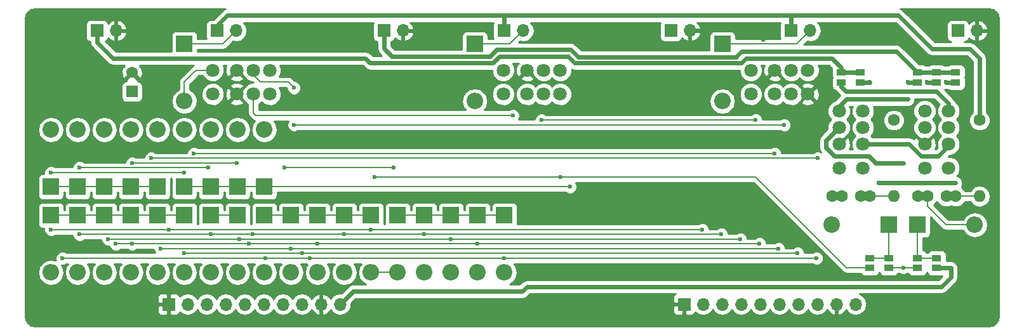
<source format=gtl>
G04 #@! TF.FileFunction,Copper,L1,Top,Signal*
%FSLAX46Y46*%
G04 Gerber Fmt 4.6, Leading zero omitted, Abs format (unit mm)*
G04 Created by KiCad (PCBNEW 4.0.4+e1-6308~48~ubuntu16.04.1-stable) date Mon Jan 22 22:00:05 2018*
%MOMM*%
%LPD*%
G01*
G04 APERTURE LIST*
%ADD10C,0.100000*%
%ADD11C,1.600000*%
%ADD12O,1.600000X1.600000*%
%ADD13R,1.700000X1.700000*%
%ADD14O,1.700000X1.700000*%
%ADD15R,1.270000X0.970000*%
%ADD16R,2.200000X2.200000*%
%ADD17O,2.200000X2.200000*%
%ADD18R,1.524000X1.524000*%
%ADD19C,1.524000*%
%ADD20C,1.800000*%
%ADD21C,0.600000*%
%ADD22C,0.200000*%
%ADD23C,0.600000*%
%ADD24C,0.254000*%
G04 APERTURE END LIST*
D10*
D11*
X216535000Y-115570000D03*
D12*
X216535000Y-125730000D03*
D13*
X119820000Y-140130000D03*
D14*
X122360000Y-140130000D03*
X124900000Y-140130000D03*
X127440000Y-140130000D03*
X129980000Y-140130000D03*
X132520000Y-140130000D03*
X135060000Y-140130000D03*
X137600000Y-140130000D03*
X140140000Y-140130000D03*
X142680000Y-140130000D03*
D13*
X188570000Y-140130000D03*
D14*
X191110000Y-140130000D03*
X193650000Y-140130000D03*
X196190000Y-140130000D03*
X198730000Y-140130000D03*
X201270000Y-140130000D03*
X203810000Y-140130000D03*
X206350000Y-140130000D03*
X208890000Y-140130000D03*
X211430000Y-140130000D03*
D15*
X215900000Y-135260000D03*
X215900000Y-133980000D03*
X212090000Y-110495000D03*
X212090000Y-109215000D03*
X213360000Y-135260000D03*
X213360000Y-133980000D03*
X209550000Y-110495000D03*
X209550000Y-109215000D03*
X219710000Y-135260000D03*
X219710000Y-133980000D03*
X219710000Y-110495000D03*
X219710000Y-109215000D03*
X222250000Y-135260000D03*
X222250000Y-133980000D03*
X222250000Y-110495000D03*
X222250000Y-109215000D03*
X224790000Y-110495000D03*
X224790000Y-109215000D03*
D11*
X227965000Y-115570000D03*
D12*
X227965000Y-125730000D03*
D11*
X212110000Y-125730000D03*
X209610000Y-125730000D03*
X213360000Y-125730000D03*
X208360000Y-125730000D03*
X223540000Y-125730000D03*
X221040000Y-125730000D03*
X224790000Y-125730000D03*
X219790000Y-125730000D03*
D13*
X110250000Y-103620000D03*
D14*
X112790000Y-103620000D03*
D13*
X126280000Y-103620000D03*
D14*
X128820000Y-103620000D03*
D13*
X164560000Y-103620000D03*
D14*
X167100000Y-103620000D03*
D13*
X202840000Y-103620000D03*
D14*
X205380000Y-103620000D03*
D13*
X148530000Y-103620000D03*
D14*
X151070000Y-103620000D03*
D13*
X186810000Y-103620000D03*
D14*
X189350000Y-103620000D03*
D13*
X225090000Y-103620000D03*
D14*
X227630000Y-103620000D03*
D16*
X215900000Y-129540000D03*
D17*
X208280000Y-129540000D03*
D16*
X121920000Y-105410000D03*
D17*
X121920000Y-113030000D03*
D16*
X104140000Y-128270000D03*
D17*
X104140000Y-135890000D03*
D16*
X132588000Y-124460000D03*
D17*
X132588000Y-116840000D03*
D16*
X107696000Y-128270000D03*
D17*
X107696000Y-135890000D03*
D16*
X129032000Y-124460000D03*
D17*
X129032000Y-116840000D03*
D16*
X111252000Y-128270000D03*
D17*
X111252000Y-135890000D03*
D16*
X125476000Y-124460000D03*
D17*
X125476000Y-116840000D03*
D16*
X114808000Y-128270000D03*
D17*
X114808000Y-135890000D03*
D16*
X121920000Y-124460000D03*
D17*
X121920000Y-116840000D03*
D16*
X160655000Y-105410000D03*
D17*
X160655000Y-113030000D03*
D16*
X118364000Y-128270000D03*
D17*
X118364000Y-135890000D03*
D16*
X118364000Y-124460000D03*
D17*
X118364000Y-116840000D03*
D16*
X219710000Y-129540000D03*
D17*
X227330000Y-129540000D03*
D16*
X121920000Y-128270000D03*
D17*
X121920000Y-135890000D03*
D16*
X114808000Y-124460000D03*
D17*
X114808000Y-116840000D03*
D16*
X125476000Y-128270000D03*
D17*
X125476000Y-135890000D03*
D16*
X111252000Y-124460000D03*
D17*
X111252000Y-116840000D03*
D16*
X129032000Y-128270000D03*
D17*
X129032000Y-135890000D03*
D16*
X107696000Y-124460000D03*
D17*
X107696000Y-116840000D03*
D16*
X146812000Y-128270000D03*
D17*
X146812000Y-135890000D03*
D16*
X104140000Y-124460000D03*
D17*
X104140000Y-116840000D03*
D16*
X193675000Y-105410000D03*
D17*
X193675000Y-113030000D03*
D16*
X143256000Y-128270000D03*
D17*
X143256000Y-135890000D03*
D16*
X139700000Y-128270000D03*
D17*
X139700000Y-135890000D03*
D16*
X136144000Y-128270000D03*
D17*
X136144000Y-135890000D03*
D16*
X132588000Y-128270000D03*
D17*
X132588000Y-135890000D03*
D16*
X150368000Y-128270000D03*
D17*
X150368000Y-135890000D03*
D16*
X153924000Y-128270000D03*
D17*
X153924000Y-135890000D03*
D16*
X157480000Y-128270000D03*
D17*
X157480000Y-135890000D03*
D16*
X161036000Y-128270000D03*
D17*
X161036000Y-135890000D03*
D16*
X164592000Y-128270000D03*
D17*
X164592000Y-135890000D03*
D18*
X114935000Y-111760000D03*
D19*
X114935000Y-109220000D03*
D20*
X197460000Y-112090000D03*
X200660000Y-112090000D03*
X202860000Y-112090000D03*
X205060000Y-112090000D03*
X205060000Y-108890000D03*
X202860000Y-108890000D03*
X200660000Y-108890000D03*
X197460000Y-108890000D03*
X223850000Y-121945000D03*
X223850000Y-118745000D03*
X223850000Y-116545000D03*
X223850000Y-114345000D03*
X220650000Y-114345000D03*
X220650000Y-116545000D03*
X220650000Y-118745000D03*
X220650000Y-121945000D03*
X125705000Y-112090000D03*
X128905000Y-112090000D03*
X131105000Y-112090000D03*
X133305000Y-112090000D03*
X133305000Y-108890000D03*
X131105000Y-108890000D03*
X128905000Y-108890000D03*
X125705000Y-108890000D03*
X212420000Y-121945000D03*
X212420000Y-118745000D03*
X212420000Y-116545000D03*
X212420000Y-114345000D03*
X209220000Y-114345000D03*
X209220000Y-116545000D03*
X209220000Y-118745000D03*
X209220000Y-121945000D03*
X164440000Y-112090000D03*
X167640000Y-112090000D03*
X169840000Y-112090000D03*
X172040000Y-112090000D03*
X172040000Y-108890000D03*
X169840000Y-108890000D03*
X167640000Y-108890000D03*
X164440000Y-108890000D03*
D21*
X191008000Y-130175000D03*
X146812000Y-130175000D03*
X119888000Y-130175000D03*
X104140000Y-130175000D03*
X200660000Y-120015000D03*
X123190000Y-120015000D03*
X173355000Y-124460000D03*
X193548000Y-130810000D03*
X153924000Y-130810000D03*
X143256000Y-130810000D03*
X125476000Y-130810000D03*
X131064000Y-130810000D03*
X107950000Y-130810000D03*
X196088000Y-131445000D03*
X157480000Y-131445000D03*
X129286000Y-131445000D03*
X128905000Y-121285000D03*
X114935000Y-121285000D03*
X111760000Y-131445000D03*
X203708000Y-133350000D03*
X137668000Y-133350000D03*
X125095000Y-121920000D03*
X107950000Y-121920000D03*
X121920000Y-133350000D03*
X198628000Y-132080000D03*
X161036000Y-132080000D03*
X139700000Y-132080000D03*
X130556000Y-132080000D03*
X112776000Y-132080000D03*
X114935000Y-132080000D03*
X206248000Y-133985000D03*
X164592000Y-133985000D03*
X138684000Y-133985000D03*
X105664000Y-133985000D03*
X121920000Y-122555000D03*
X104140000Y-122555000D03*
X132715000Y-133985000D03*
X201168000Y-132715000D03*
X136144000Y-132715000D03*
X118745000Y-132715000D03*
X117475000Y-120650000D03*
X206375000Y-120650000D03*
X172085000Y-123190000D03*
X147320000Y-123190000D03*
X217805000Y-135255000D03*
X135255000Y-121920000D03*
X149860000Y-121920000D03*
X216535000Y-101600000D03*
X199136000Y-104775000D03*
X188570000Y-135890000D03*
X188468000Y-127381000D03*
X145161000Y-104775000D03*
X150876000Y-109728000D03*
X213360000Y-110490000D03*
X218440000Y-112776000D03*
X218440000Y-110490000D03*
X220980000Y-110490000D03*
X214503000Y-123952000D03*
X224790000Y-123952000D03*
X217805000Y-121285000D03*
X165735000Y-114935000D03*
X136525000Y-111252000D03*
X136525000Y-116205000D03*
X201930000Y-116205000D03*
X198120000Y-115570000D03*
X169545000Y-115570000D03*
X224155000Y-135255000D03*
X223520000Y-110490000D03*
D22*
X212110000Y-125730000D02*
X213360000Y-125730000D01*
X213360000Y-125730000D02*
X216535000Y-125730000D01*
X208360000Y-125730000D02*
X209610000Y-125730000D01*
X224790000Y-125730000D02*
X227965000Y-125730000D01*
X223540000Y-125730000D02*
X224790000Y-125730000D01*
X221040000Y-125730000D02*
X221040000Y-127060000D01*
X223520000Y-129540000D02*
X227330000Y-129540000D01*
X221040000Y-127060000D02*
X223520000Y-129540000D01*
X219790000Y-125730000D02*
X221040000Y-125730000D01*
X146812000Y-130175000D02*
X191008000Y-130175000D01*
X146812000Y-135890000D02*
X150368000Y-135890000D01*
X131445000Y-130175000D02*
X119888000Y-130175000D01*
X146050000Y-130175000D02*
X131445000Y-130175000D01*
X146812000Y-130175000D02*
X146050000Y-130175000D01*
X104140000Y-130175000D02*
X117475000Y-130175000D01*
X119888000Y-130175000D02*
X117475000Y-130175000D01*
X121920000Y-105410000D02*
X127030000Y-105410000D01*
X127030000Y-105410000D02*
X128820000Y-103620000D01*
X128820000Y-102785000D02*
X128820000Y-103620000D01*
X125705000Y-108890000D02*
X123520000Y-108890000D01*
X123020000Y-109390000D02*
X121920000Y-110490000D01*
X121920000Y-110490000D02*
X121920000Y-113030000D01*
X123520000Y-108890000D02*
X123020000Y-109390000D01*
X104140000Y-128270000D02*
X107696000Y-128270000D01*
X107696000Y-128270000D02*
X111252000Y-128270000D01*
X111252000Y-128270000D02*
X114808000Y-128270000D01*
X114808000Y-128270000D02*
X118364000Y-128270000D01*
X118364000Y-128270000D02*
X121920000Y-128270000D01*
X200660000Y-120015000D02*
X123190000Y-120015000D01*
X121920000Y-124460000D02*
X125476000Y-124460000D01*
X125476000Y-124460000D02*
X129032000Y-124460000D01*
X129032000Y-124460000D02*
X132588000Y-124460000D01*
X173355000Y-124460000D02*
X137795000Y-124460000D01*
X137795000Y-124460000D02*
X133350000Y-124460000D01*
X133350000Y-124460000D02*
X132588000Y-124460000D01*
X153924000Y-130810000D02*
X193548000Y-130810000D01*
X146050000Y-130810000D02*
X143256000Y-130810000D01*
X153924000Y-130810000D02*
X146050000Y-130810000D01*
X143256000Y-130810000D02*
X131445000Y-130810000D01*
X125476000Y-130810000D02*
X117475000Y-130810000D01*
X107950000Y-130810000D02*
X117475000Y-130810000D01*
X131445000Y-130810000D02*
X131064000Y-130810000D01*
X131064000Y-130810000D02*
X125476000Y-130810000D01*
X157480000Y-131445000D02*
X196088000Y-131445000D01*
X131210002Y-131445000D02*
X129286000Y-131445000D01*
X146050000Y-131445000D02*
X131210002Y-131445000D01*
X157480000Y-131445000D02*
X146050000Y-131445000D01*
X114935000Y-121285000D02*
X128905000Y-121285000D01*
X111760000Y-131445000D02*
X117475000Y-131445000D01*
X117475000Y-131445000D02*
X129286000Y-131445000D01*
X137668000Y-133350000D02*
X203708000Y-133350000D01*
X107950000Y-121920000D02*
X125095000Y-121920000D01*
X125095000Y-133350000D02*
X137668000Y-133350000D01*
X121920000Y-133350000D02*
X125095000Y-133350000D01*
X161036000Y-132080000D02*
X198628000Y-132080000D01*
X146050000Y-132080000D02*
X139700000Y-132080000D01*
X161036000Y-132080000D02*
X146050000Y-132080000D01*
X112776000Y-132080000D02*
X114935000Y-132080000D01*
X139700000Y-132080000D02*
X131445000Y-132080000D01*
X114935000Y-132080000D02*
X117475000Y-132080000D01*
X131445000Y-132080000D02*
X130556000Y-132080000D01*
X130556000Y-132080000D02*
X117475000Y-132080000D01*
X164592000Y-133985000D02*
X206248000Y-133985000D01*
X146050000Y-133985000D02*
X138684000Y-133985000D01*
X164592000Y-133985000D02*
X146050000Y-133985000D01*
X106934000Y-133985000D02*
X132715000Y-133985000D01*
X105664000Y-133985000D02*
X106934000Y-133985000D01*
X104140000Y-122555000D02*
X121920000Y-122555000D01*
X132715000Y-133985000D02*
X138684000Y-133985000D01*
X165310000Y-105410000D02*
X167100000Y-103620000D01*
X160655000Y-105410000D02*
X165310000Y-105410000D01*
X167100000Y-102965000D02*
X167100000Y-103620000D01*
X136144000Y-132715000D02*
X201168000Y-132715000D01*
X136144000Y-132715000D02*
X125095000Y-132715000D01*
X118745000Y-132715000D02*
X125095000Y-132715000D01*
X104140000Y-124460000D02*
X107696000Y-124460000D01*
X107696000Y-124460000D02*
X111252000Y-124460000D01*
X111252000Y-124460000D02*
X114808000Y-124460000D01*
X114808000Y-124460000D02*
X118364000Y-124460000D01*
X117475000Y-120650000D02*
X121920000Y-120650000D01*
X121920000Y-120650000D02*
X167640000Y-120650000D01*
X167640000Y-120650000D02*
X196850000Y-120650000D01*
X196850000Y-120650000D02*
X205105000Y-120650000D01*
X205105000Y-120650000D02*
X206375000Y-120650000D01*
X129032000Y-128270000D02*
X125476000Y-128270000D01*
X213360000Y-135260000D02*
X210185000Y-135255000D01*
X207645000Y-132715000D02*
X198120000Y-123190000D01*
X198120000Y-123190000D02*
X172085000Y-123190000D01*
X210185000Y-135255000D02*
X207645000Y-132715000D01*
X132588000Y-128270000D02*
X136144000Y-128270000D01*
X136144000Y-128270000D02*
X139700000Y-128270000D01*
X139700000Y-128270000D02*
X143256000Y-128270000D01*
X143256000Y-128270000D02*
X146812000Y-128270000D01*
X172085000Y-123190000D02*
X147320000Y-123190000D01*
X217805000Y-135255000D02*
X217805000Y-135260000D01*
X217805000Y-135260000D02*
X217805000Y-135255000D01*
X217805000Y-135255000D02*
X217805000Y-135260000D01*
X215900000Y-135260000D02*
X217805000Y-135260000D01*
X217805000Y-135260000D02*
X219710000Y-135260000D01*
X215900000Y-135260000D02*
X215905000Y-135255000D01*
X193675000Y-105410000D02*
X203590000Y-105410000D01*
X203590000Y-105410000D02*
X205380000Y-103620000D01*
X205380000Y-103145000D02*
X205380000Y-103620000D01*
X164592000Y-128270000D02*
X161036000Y-128270000D01*
X150368000Y-128270000D02*
X153924000Y-128270000D01*
X153924000Y-128270000D02*
X157480000Y-128270000D01*
X157480000Y-128270000D02*
X161036000Y-128270000D01*
X135255000Y-121920000D02*
X149860000Y-121920000D01*
D23*
X202840000Y-103620000D02*
X202840000Y-101600000D01*
X202840000Y-101600000D02*
X203200000Y-101600000D01*
X227965000Y-115570000D02*
X227965000Y-107315000D01*
X217170000Y-101600000D02*
X216535000Y-101600000D01*
X216535000Y-101600000D02*
X203200000Y-101600000D01*
X203200000Y-101600000D02*
X202565000Y-101600000D01*
X221615000Y-106045000D02*
X217170000Y-101600000D01*
X226695000Y-106045000D02*
X221615000Y-106045000D01*
X227965000Y-107315000D02*
X226695000Y-106045000D01*
X164560000Y-103620000D02*
X164560000Y-101600000D01*
D22*
X164560000Y-101600000D02*
X164465000Y-101600000D01*
X126280000Y-103620000D02*
X126280000Y-102955000D01*
D23*
X126280000Y-102955000D02*
X127635000Y-101600000D01*
X127635000Y-101600000D02*
X164465000Y-101600000D01*
X164465000Y-101600000D02*
X202565000Y-101600000D01*
D22*
X202565000Y-101600000D02*
X202725000Y-101600000D01*
D23*
X195580000Y-107149998D02*
X195580000Y-107061000D01*
X219710000Y-109215000D02*
X217556000Y-107061000D01*
X163576000Y-106172000D02*
X173482000Y-106172000D01*
X173482000Y-106172000D02*
X174459998Y-107149998D01*
X174459998Y-107149998D02*
X195580000Y-107149998D01*
X163576000Y-106172000D02*
X162687000Y-107061000D01*
X216921000Y-106426000D02*
X217556000Y-107061000D01*
X196215000Y-106426000D02*
X216921000Y-106426000D01*
X195580000Y-107061000D02*
X196215000Y-106426000D01*
X162433000Y-107061000D02*
X162687000Y-107061000D01*
X162687000Y-107061000D02*
X149606000Y-107061000D01*
X148530000Y-105985000D02*
X148530000Y-103620000D01*
X148530000Y-105985000D02*
X149606000Y-107061000D01*
X224790000Y-109215000D02*
X222250000Y-109215000D01*
X222250000Y-109215000D02*
X219710000Y-109215000D01*
X189350000Y-103620000D02*
X190893000Y-103620000D01*
X197104000Y-102743000D02*
X199136000Y-104775000D01*
X191770000Y-102743000D02*
X197104000Y-102743000D01*
X190893000Y-103620000D02*
X191770000Y-102743000D01*
X188570000Y-135890000D02*
X188595000Y-135890000D01*
D22*
X213355000Y-110495000D02*
X213360000Y-110490000D01*
D23*
X213355000Y-110495000D02*
X212090000Y-110495000D01*
X223850000Y-114345000D02*
X223850000Y-113360000D01*
X223350000Y-112860000D02*
X222250000Y-111760000D01*
X222250000Y-111760000D02*
X210185000Y-111760000D01*
X210185000Y-111760000D02*
X209550000Y-111125000D01*
X209550000Y-111125000D02*
X209550000Y-110495000D01*
X223850000Y-113360000D02*
X223350000Y-112860000D01*
X209220000Y-114345000D02*
X209220000Y-113741000D01*
X209220000Y-113741000D02*
X210185000Y-112776000D01*
X210185000Y-112776000D02*
X218440000Y-112776000D01*
X219710000Y-110495000D02*
X218445000Y-110495000D01*
D22*
X218445000Y-110495000D02*
X218440000Y-110490000D01*
D23*
X220985000Y-110495000D02*
X220980000Y-110490000D01*
X220985000Y-110495000D02*
X222250000Y-110495000D01*
X211920000Y-118745000D02*
X218567000Y-118745000D01*
X222504000Y-120396000D02*
X223350000Y-119550000D01*
X220218000Y-120396000D02*
X222504000Y-120396000D01*
X218567000Y-118745000D02*
X220218000Y-120396000D01*
X223350000Y-119550000D02*
X223350000Y-118745000D01*
D22*
X211920000Y-118745000D02*
X212090000Y-118745000D01*
D23*
X214503000Y-123952000D02*
X224790000Y-123952000D01*
X207518000Y-119253000D02*
X207518000Y-118247000D01*
X211836000Y-120396000D02*
X213233000Y-120396000D01*
X214376000Y-121285000D02*
X217805000Y-121285000D01*
X208661000Y-120396000D02*
X211836000Y-120396000D01*
X214122000Y-121285000D02*
X214376000Y-121285000D01*
X213233000Y-120396000D02*
X214122000Y-121285000D01*
X208661000Y-120396000D02*
X207518000Y-119253000D01*
X207518000Y-118247000D02*
X209220000Y-116545000D01*
D22*
X131105000Y-114595000D02*
X131445000Y-114935000D01*
X131445000Y-114935000D02*
X152400000Y-114935000D01*
X165735000Y-114935000D02*
X152400000Y-114935000D01*
X131105000Y-111590000D02*
X131105000Y-114595000D01*
X131105000Y-108890000D02*
X131105000Y-109515000D01*
X131105000Y-109515000D02*
X132080000Y-110490000D01*
X132080000Y-110490000D02*
X135763000Y-110490000D01*
X135763000Y-110490000D02*
X136525000Y-111252000D01*
X171450000Y-116205000D02*
X201930000Y-116205000D01*
X136525000Y-116205000D02*
X171450000Y-116205000D01*
X198120000Y-115570000D02*
X169545000Y-115570000D01*
D23*
X173990000Y-107950000D02*
X196215000Y-107950000D01*
X163068000Y-107950000D02*
X163957000Y-107061000D01*
X163957000Y-107061000D02*
X173101000Y-107061000D01*
X173101000Y-107061000D02*
X173990000Y-107950000D01*
X110250000Y-103620000D02*
X110250000Y-105170000D01*
X110250000Y-105170000D02*
X112395000Y-107315000D01*
X112395000Y-107315000D02*
X146050000Y-107315000D01*
X146050000Y-107315000D02*
X146685000Y-107950000D01*
X209550000Y-108585000D02*
X209550000Y-109215000D01*
X208915000Y-107950000D02*
X209550000Y-108585000D01*
X146685000Y-107950000D02*
X163068000Y-107950000D01*
X208280000Y-107315000D02*
X208915000Y-107950000D01*
X196850000Y-107315000D02*
X208280000Y-107315000D01*
X196215000Y-107950000D02*
X196850000Y-107315000D01*
X209550000Y-109215000D02*
X212090000Y-109215000D01*
X224790000Y-110495000D02*
X223525000Y-110495000D01*
D22*
X223525000Y-110495000D02*
X223520000Y-110490000D01*
D23*
X224155000Y-135255000D02*
X224155000Y-136525000D01*
X144380000Y-138430000D02*
X142680000Y-140130000D01*
X167005000Y-138430000D02*
X144380000Y-138430000D01*
X167640000Y-137795000D02*
X167005000Y-138430000D01*
X222885000Y-137795000D02*
X167640000Y-137795000D01*
X224155000Y-136525000D02*
X222885000Y-137795000D01*
D22*
X224155000Y-135255000D02*
X224150000Y-135260000D01*
D23*
X224150000Y-135260000D02*
X222250000Y-135260000D01*
D22*
X213360000Y-133980000D02*
X215900000Y-133980000D01*
X215900000Y-133980000D02*
X215900000Y-129540000D01*
X213355000Y-133985000D02*
X213360000Y-133980000D01*
X219710000Y-129540000D02*
X219710000Y-133980000D01*
X219710000Y-133980000D02*
X222250000Y-133980000D01*
D24*
G36*
X127277191Y-100736173D02*
X126973855Y-100938855D01*
X125790150Y-102122560D01*
X125430000Y-102122560D01*
X125194683Y-102166838D01*
X124978559Y-102305910D01*
X124833569Y-102518110D01*
X124782560Y-102770000D01*
X124782560Y-104470000D01*
X124821133Y-104675000D01*
X123667440Y-104675000D01*
X123667440Y-104310000D01*
X123623162Y-104074683D01*
X123484090Y-103858559D01*
X123271890Y-103713569D01*
X123020000Y-103662560D01*
X120820000Y-103662560D01*
X120584683Y-103706838D01*
X120368559Y-103845910D01*
X120223569Y-104058110D01*
X120172560Y-104310000D01*
X120172560Y-106380000D01*
X112782290Y-106380000D01*
X111420584Y-105018294D01*
X111551441Y-104934090D01*
X111696431Y-104721890D01*
X111718301Y-104613893D01*
X112023076Y-104891645D01*
X112433110Y-105061476D01*
X112663000Y-104940155D01*
X112663000Y-103747000D01*
X112917000Y-103747000D01*
X112917000Y-104940155D01*
X113146890Y-105061476D01*
X113556924Y-104891645D01*
X113985183Y-104501358D01*
X114231486Y-103976892D01*
X114110819Y-103747000D01*
X112917000Y-103747000D01*
X112663000Y-103747000D01*
X112643000Y-103747000D01*
X112643000Y-103493000D01*
X112663000Y-103493000D01*
X112663000Y-102299845D01*
X112917000Y-102299845D01*
X112917000Y-103493000D01*
X114110819Y-103493000D01*
X114231486Y-103263108D01*
X113985183Y-102738642D01*
X113556924Y-102348355D01*
X113146890Y-102178524D01*
X112917000Y-102299845D01*
X112663000Y-102299845D01*
X112433110Y-102178524D01*
X112023076Y-102348355D01*
X111720063Y-102624501D01*
X111703162Y-102534683D01*
X111564090Y-102318559D01*
X111351890Y-102173569D01*
X111100000Y-102122560D01*
X109400000Y-102122560D01*
X109164683Y-102166838D01*
X108948559Y-102305910D01*
X108803569Y-102518110D01*
X108752560Y-102770000D01*
X108752560Y-104470000D01*
X108796838Y-104705317D01*
X108935910Y-104921441D01*
X109148110Y-105066431D01*
X109315000Y-105100227D01*
X109315000Y-105170000D01*
X109386173Y-105527809D01*
X109588855Y-105831145D01*
X111733855Y-107976145D01*
X112037191Y-108178827D01*
X112395000Y-108250000D01*
X113894156Y-108250000D01*
X113839774Y-108304382D01*
X113954785Y-108419393D01*
X113712603Y-108488857D01*
X113525856Y-109012302D01*
X113553638Y-109567368D01*
X113712603Y-109951143D01*
X113954787Y-110020608D01*
X114755395Y-109220000D01*
X114741253Y-109205858D01*
X114920858Y-109026253D01*
X114935000Y-109040395D01*
X114949143Y-109026253D01*
X115128748Y-109205858D01*
X115114605Y-109220000D01*
X115915213Y-110020608D01*
X116157397Y-109951143D01*
X116344144Y-109427698D01*
X116316362Y-108872632D01*
X116157397Y-108488857D01*
X115915215Y-108419393D01*
X116030226Y-108304382D01*
X115975844Y-108250000D01*
X123180284Y-108250000D01*
X123000277Y-108370276D01*
X122500280Y-108870274D01*
X122500277Y-108870276D01*
X121400278Y-109970276D01*
X121400277Y-109970277D01*
X121240949Y-110208728D01*
X121185000Y-110490000D01*
X121185000Y-111440548D01*
X120693170Y-111769179D01*
X120317069Y-112332053D01*
X120185000Y-112996009D01*
X120185000Y-113063991D01*
X120317069Y-113727947D01*
X120693170Y-114290821D01*
X121256044Y-114666922D01*
X121920000Y-114798991D01*
X122583956Y-114666922D01*
X123146830Y-114290821D01*
X123522931Y-113727947D01*
X123655000Y-113063991D01*
X123655000Y-112996009D01*
X123535252Y-112393991D01*
X124169735Y-112393991D01*
X124402932Y-112958371D01*
X124834357Y-113390551D01*
X125398330Y-113624733D01*
X126008991Y-113625265D01*
X126573371Y-113392068D01*
X126795668Y-113170159D01*
X128004446Y-113170159D01*
X128090852Y-113426643D01*
X128664336Y-113636458D01*
X129274460Y-113610839D01*
X129719148Y-113426643D01*
X129805554Y-113170159D01*
X128905000Y-112269605D01*
X128004446Y-113170159D01*
X126795668Y-113170159D01*
X127005551Y-112960643D01*
X127239733Y-112396670D01*
X127240209Y-111849336D01*
X127358542Y-111849336D01*
X127384161Y-112459460D01*
X127568357Y-112904148D01*
X127824841Y-112990554D01*
X128725395Y-112090000D01*
X127824841Y-111189446D01*
X127568357Y-111275852D01*
X127358542Y-111849336D01*
X127240209Y-111849336D01*
X127240265Y-111786009D01*
X127007068Y-111221629D01*
X126795650Y-111009841D01*
X128004446Y-111009841D01*
X128905000Y-111910395D01*
X129805554Y-111009841D01*
X129719148Y-110753357D01*
X129145664Y-110543542D01*
X128535540Y-110569161D01*
X128090852Y-110753357D01*
X128004446Y-111009841D01*
X126795650Y-111009841D01*
X126575643Y-110789449D01*
X126011670Y-110555267D01*
X125401009Y-110554735D01*
X124836629Y-110787932D01*
X124404449Y-111219357D01*
X124170267Y-111783330D01*
X124169735Y-112393991D01*
X123535252Y-112393991D01*
X123522931Y-112332053D01*
X123146830Y-111769179D01*
X122655000Y-111440548D01*
X122655000Y-110794446D01*
X123539724Y-109909723D01*
X123539726Y-109909720D01*
X123824447Y-109625000D01*
X124347824Y-109625000D01*
X124402932Y-109758371D01*
X124834357Y-110190551D01*
X125398330Y-110424733D01*
X126008991Y-110425265D01*
X126573371Y-110192068D01*
X126795668Y-109970159D01*
X128004446Y-109970159D01*
X128090852Y-110226643D01*
X128664336Y-110436458D01*
X129274460Y-110410839D01*
X129719148Y-110226643D01*
X129805554Y-109970159D01*
X128905000Y-109069605D01*
X128004446Y-109970159D01*
X126795668Y-109970159D01*
X127005551Y-109760643D01*
X127239733Y-109196670D01*
X127240265Y-108586009D01*
X127101429Y-108250000D01*
X127504643Y-108250000D01*
X127358542Y-108649336D01*
X127384161Y-109259460D01*
X127568357Y-109704148D01*
X127824841Y-109790554D01*
X128725395Y-108890000D01*
X128711253Y-108875858D01*
X128890858Y-108696253D01*
X128905000Y-108710395D01*
X128919143Y-108696253D01*
X129098748Y-108875858D01*
X129084605Y-108890000D01*
X129697281Y-109502676D01*
X129802932Y-109758371D01*
X130234357Y-110190551D01*
X130798330Y-110424733D01*
X130975441Y-110424887D01*
X131105554Y-110555000D01*
X130801009Y-110554735D01*
X130236629Y-110787932D01*
X129804449Y-111219357D01*
X129697368Y-111477237D01*
X129084605Y-112090000D01*
X129697281Y-112702676D01*
X129802932Y-112958371D01*
X130234357Y-113390551D01*
X130370000Y-113446875D01*
X130370000Y-114595000D01*
X130425949Y-114876272D01*
X130585277Y-115114723D01*
X130925277Y-115454724D01*
X131163728Y-115614051D01*
X131317439Y-115644626D01*
X130985069Y-116142053D01*
X130853000Y-116806009D01*
X130853000Y-116873991D01*
X130985069Y-117537947D01*
X131361170Y-118100821D01*
X131924044Y-118476922D01*
X132588000Y-118608991D01*
X133251956Y-118476922D01*
X133814830Y-118100821D01*
X134190931Y-117537947D01*
X134323000Y-116873991D01*
X134323000Y-116806009D01*
X134190931Y-116142053D01*
X133875515Y-115670000D01*
X135737489Y-115670000D01*
X135732808Y-115674673D01*
X135590162Y-116018201D01*
X135589838Y-116390167D01*
X135731883Y-116733943D01*
X135994673Y-116997192D01*
X136338201Y-117139838D01*
X136710167Y-117140162D01*
X137053943Y-116998117D01*
X137112162Y-116940000D01*
X201342581Y-116940000D01*
X201399673Y-116997192D01*
X201743201Y-117139838D01*
X202115167Y-117140162D01*
X202458943Y-116998117D01*
X202722192Y-116735327D01*
X202864838Y-116391799D01*
X202865162Y-116019833D01*
X202723117Y-115676057D01*
X202460327Y-115412808D01*
X202116799Y-115270162D01*
X201744833Y-115269838D01*
X201401057Y-115411883D01*
X201342838Y-115470000D01*
X199055088Y-115470000D01*
X199055162Y-115384833D01*
X198913117Y-115041057D01*
X198650327Y-114777808D01*
X198306799Y-114635162D01*
X197934833Y-114634838D01*
X197591057Y-114776883D01*
X197532838Y-114835000D01*
X170132419Y-114835000D01*
X170075327Y-114777808D01*
X169731799Y-114635162D01*
X169359833Y-114634838D01*
X169016057Y-114776883D01*
X168752808Y-115039673D01*
X168610162Y-115383201D01*
X168610086Y-115470000D01*
X166522511Y-115470000D01*
X166527192Y-115465327D01*
X166669838Y-115121799D01*
X166670162Y-114749833D01*
X166528117Y-114406057D01*
X166265327Y-114142808D01*
X165921799Y-114000162D01*
X165549833Y-113999838D01*
X165206057Y-114141883D01*
X165147838Y-114200000D01*
X161942515Y-114200000D01*
X162257931Y-113727947D01*
X162390000Y-113063991D01*
X162390000Y-112996009D01*
X162270252Y-112393991D01*
X162904735Y-112393991D01*
X163137932Y-112958371D01*
X163569357Y-113390551D01*
X164133330Y-113624733D01*
X164743991Y-113625265D01*
X165308371Y-113392068D01*
X165740551Y-112960643D01*
X165974733Y-112396670D01*
X165974735Y-112393991D01*
X166104735Y-112393991D01*
X166337932Y-112958371D01*
X166769357Y-113390551D01*
X167333330Y-113624733D01*
X167943991Y-113625265D01*
X168508371Y-113392068D01*
X168740026Y-113160818D01*
X168969357Y-113390551D01*
X169533330Y-113624733D01*
X170143991Y-113625265D01*
X170708371Y-113392068D01*
X170940026Y-113160818D01*
X171169357Y-113390551D01*
X171733330Y-113624733D01*
X172343991Y-113625265D01*
X172908371Y-113392068D01*
X173305123Y-112996009D01*
X191940000Y-112996009D01*
X191940000Y-113063991D01*
X192072069Y-113727947D01*
X192448170Y-114290821D01*
X193011044Y-114666922D01*
X193675000Y-114798991D01*
X194338956Y-114666922D01*
X194901830Y-114290821D01*
X195277931Y-113727947D01*
X195410000Y-113063991D01*
X195410000Y-112996009D01*
X195290252Y-112393991D01*
X195924735Y-112393991D01*
X196157932Y-112958371D01*
X196589357Y-113390551D01*
X197153330Y-113624733D01*
X197763991Y-113625265D01*
X198328371Y-113392068D01*
X198760551Y-112960643D01*
X198994733Y-112396670D01*
X198994735Y-112393991D01*
X199124735Y-112393991D01*
X199357932Y-112958371D01*
X199789357Y-113390551D01*
X200353330Y-113624733D01*
X200963991Y-113625265D01*
X201528371Y-113392068D01*
X201760026Y-113160818D01*
X201989357Y-113390551D01*
X202553330Y-113624733D01*
X203163991Y-113625265D01*
X203728371Y-113392068D01*
X203950668Y-113170159D01*
X204159446Y-113170159D01*
X204245852Y-113426643D01*
X204819336Y-113636458D01*
X205429460Y-113610839D01*
X205874148Y-113426643D01*
X205960554Y-113170159D01*
X205060000Y-112269605D01*
X204159446Y-113170159D01*
X203950668Y-113170159D01*
X204160551Y-112960643D01*
X204267632Y-112702763D01*
X204880395Y-112090000D01*
X205239605Y-112090000D01*
X206140159Y-112990554D01*
X206396643Y-112904148D01*
X206606458Y-112330664D01*
X206580839Y-111720540D01*
X206396643Y-111275852D01*
X206140159Y-111189446D01*
X205239605Y-112090000D01*
X204880395Y-112090000D01*
X204267719Y-111477324D01*
X204162068Y-111221629D01*
X203950650Y-111009841D01*
X204159446Y-111009841D01*
X205060000Y-111910395D01*
X205960554Y-111009841D01*
X205874148Y-110753357D01*
X205300664Y-110543542D01*
X204690540Y-110569161D01*
X204245852Y-110753357D01*
X204159446Y-111009841D01*
X203950650Y-111009841D01*
X203730643Y-110789449D01*
X203166670Y-110555267D01*
X202556009Y-110554735D01*
X201991629Y-110787932D01*
X201759974Y-111019182D01*
X201530643Y-110789449D01*
X200966670Y-110555267D01*
X200356009Y-110554735D01*
X199791629Y-110787932D01*
X199359449Y-111219357D01*
X199125267Y-111783330D01*
X199124735Y-112393991D01*
X198994735Y-112393991D01*
X198995265Y-111786009D01*
X198762068Y-111221629D01*
X198330643Y-110789449D01*
X197766670Y-110555267D01*
X197156009Y-110554735D01*
X196591629Y-110787932D01*
X196159449Y-111219357D01*
X195925267Y-111783330D01*
X195924735Y-112393991D01*
X195290252Y-112393991D01*
X195277931Y-112332053D01*
X194901830Y-111769179D01*
X194338956Y-111393078D01*
X193675000Y-111261009D01*
X193011044Y-111393078D01*
X192448170Y-111769179D01*
X192072069Y-112332053D01*
X191940000Y-112996009D01*
X173305123Y-112996009D01*
X173340551Y-112960643D01*
X173574733Y-112396670D01*
X173575265Y-111786009D01*
X173342068Y-111221629D01*
X172910643Y-110789449D01*
X172346670Y-110555267D01*
X171736009Y-110554735D01*
X171171629Y-110787932D01*
X170939974Y-111019182D01*
X170710643Y-110789449D01*
X170146670Y-110555267D01*
X169536009Y-110554735D01*
X168971629Y-110787932D01*
X168739974Y-111019182D01*
X168510643Y-110789449D01*
X167946670Y-110555267D01*
X167336009Y-110554735D01*
X166771629Y-110787932D01*
X166339449Y-111219357D01*
X166105267Y-111783330D01*
X166104735Y-112393991D01*
X165974735Y-112393991D01*
X165975265Y-111786009D01*
X165742068Y-111221629D01*
X165310643Y-110789449D01*
X164746670Y-110555267D01*
X164136009Y-110554735D01*
X163571629Y-110787932D01*
X163139449Y-111219357D01*
X162905267Y-111783330D01*
X162904735Y-112393991D01*
X162270252Y-112393991D01*
X162257931Y-112332053D01*
X161881830Y-111769179D01*
X161318956Y-111393078D01*
X160655000Y-111261009D01*
X159991044Y-111393078D01*
X159428170Y-111769179D01*
X159052069Y-112332053D01*
X158920000Y-112996009D01*
X158920000Y-113063991D01*
X159052069Y-113727947D01*
X159367485Y-114200000D01*
X131840000Y-114200000D01*
X131840000Y-113447176D01*
X131973371Y-113392068D01*
X132205026Y-113160818D01*
X132434357Y-113390551D01*
X132998330Y-113624733D01*
X133608991Y-113625265D01*
X134173371Y-113392068D01*
X134605551Y-112960643D01*
X134839733Y-112396670D01*
X134840265Y-111786009D01*
X134608461Y-111225000D01*
X135458554Y-111225000D01*
X135589908Y-111356355D01*
X135589838Y-111437167D01*
X135731883Y-111780943D01*
X135994673Y-112044192D01*
X136338201Y-112186838D01*
X136710167Y-112187162D01*
X137053943Y-112045117D01*
X137317192Y-111782327D01*
X137459838Y-111438799D01*
X137460162Y-111066833D01*
X137318117Y-110723057D01*
X137055327Y-110459808D01*
X136711799Y-110317162D01*
X136629537Y-110317090D01*
X136282723Y-109970277D01*
X136044272Y-109810949D01*
X135763000Y-109755000D01*
X134607894Y-109755000D01*
X134839733Y-109196670D01*
X134840265Y-108586009D01*
X134701429Y-108250000D01*
X145662710Y-108250000D01*
X146023855Y-108611145D01*
X146327191Y-108813827D01*
X146685000Y-108885000D01*
X162905004Y-108885000D01*
X162904735Y-109193991D01*
X163137932Y-109758371D01*
X163569357Y-110190551D01*
X164133330Y-110424733D01*
X164743991Y-110425265D01*
X165308371Y-110192068D01*
X165530668Y-109970159D01*
X166739446Y-109970159D01*
X166825852Y-110226643D01*
X167399336Y-110436458D01*
X168009460Y-110410839D01*
X168454148Y-110226643D01*
X168540554Y-109970159D01*
X167640000Y-109069605D01*
X166739446Y-109970159D01*
X165530668Y-109970159D01*
X165740551Y-109760643D01*
X165974733Y-109196670D01*
X165975265Y-108586009D01*
X165742068Y-108021629D01*
X165716484Y-107996000D01*
X166540386Y-107996000D01*
X166303357Y-108075852D01*
X166093542Y-108649336D01*
X166119161Y-109259460D01*
X166303357Y-109704148D01*
X166559841Y-109790554D01*
X167460395Y-108890000D01*
X167446253Y-108875858D01*
X167625858Y-108696253D01*
X167640000Y-108710395D01*
X167654143Y-108696253D01*
X167833748Y-108875858D01*
X167819605Y-108890000D01*
X168432281Y-109502676D01*
X168537932Y-109758371D01*
X168969357Y-110190551D01*
X169533330Y-110424733D01*
X170143991Y-110425265D01*
X170708371Y-110192068D01*
X170940026Y-109960818D01*
X171169357Y-110190551D01*
X171733330Y-110424733D01*
X172343991Y-110425265D01*
X172908371Y-110192068D01*
X173340551Y-109760643D01*
X173574733Y-109196670D01*
X173575100Y-108775680D01*
X173632191Y-108813827D01*
X173990000Y-108885000D01*
X195925004Y-108885000D01*
X195924735Y-109193991D01*
X196157932Y-109758371D01*
X196589357Y-110190551D01*
X197153330Y-110424733D01*
X197763991Y-110425265D01*
X198328371Y-110192068D01*
X198550668Y-109970159D01*
X199759446Y-109970159D01*
X199845852Y-110226643D01*
X200419336Y-110436458D01*
X201029460Y-110410839D01*
X201474148Y-110226643D01*
X201560554Y-109970159D01*
X200660000Y-109069605D01*
X199759446Y-109970159D01*
X198550668Y-109970159D01*
X198760551Y-109760643D01*
X198994733Y-109196670D01*
X198995265Y-108586009D01*
X198856429Y-108250000D01*
X199259643Y-108250000D01*
X199113542Y-108649336D01*
X199139161Y-109259460D01*
X199323357Y-109704148D01*
X199579841Y-109790554D01*
X200480395Y-108890000D01*
X200466253Y-108875858D01*
X200645858Y-108696253D01*
X200660000Y-108710395D01*
X200674143Y-108696253D01*
X200853748Y-108875858D01*
X200839605Y-108890000D01*
X201452281Y-109502676D01*
X201557932Y-109758371D01*
X201989357Y-110190551D01*
X202553330Y-110424733D01*
X203163991Y-110425265D01*
X203728371Y-110192068D01*
X203960026Y-109960818D01*
X204189357Y-110190551D01*
X204753330Y-110424733D01*
X205363991Y-110425265D01*
X205928371Y-110192068D01*
X206360551Y-109760643D01*
X206594733Y-109196670D01*
X206595265Y-108586009D01*
X206456429Y-108250000D01*
X207892710Y-108250000D01*
X208285268Y-108642558D01*
X208267560Y-108730000D01*
X208267560Y-109700000D01*
X208297796Y-109860690D01*
X208267560Y-110010000D01*
X208267560Y-110980000D01*
X208311838Y-111215317D01*
X208450910Y-111431441D01*
X208663110Y-111576431D01*
X208762127Y-111596482D01*
X208888855Y-111786145D01*
X209370710Y-112268000D01*
X208767691Y-112871019D01*
X208351629Y-113042932D01*
X207919449Y-113474357D01*
X207685267Y-114038330D01*
X207684735Y-114648991D01*
X207917932Y-115213371D01*
X208149182Y-115445026D01*
X207919449Y-115674357D01*
X207685267Y-116238330D01*
X207684814Y-116757896D01*
X206856855Y-117585855D01*
X206654173Y-117889191D01*
X206583000Y-118247000D01*
X206583000Y-119253000D01*
X206654173Y-119610809D01*
X206786144Y-119808319D01*
X206561799Y-119715162D01*
X206189833Y-119714838D01*
X205846057Y-119856883D01*
X205787838Y-119915000D01*
X201595088Y-119915000D01*
X201595162Y-119829833D01*
X201453117Y-119486057D01*
X201190327Y-119222808D01*
X200846799Y-119080162D01*
X200474833Y-119079838D01*
X200131057Y-119221883D01*
X200072838Y-119280000D01*
X123777419Y-119280000D01*
X123720327Y-119222808D01*
X123376799Y-119080162D01*
X123004833Y-119079838D01*
X122661057Y-119221883D01*
X122397808Y-119484673D01*
X122255162Y-119828201D01*
X122255086Y-119915000D01*
X118062419Y-119915000D01*
X118005327Y-119857808D01*
X117661799Y-119715162D01*
X117289833Y-119714838D01*
X116946057Y-119856883D01*
X116682808Y-120119673D01*
X116540162Y-120463201D01*
X116540086Y-120550000D01*
X115522419Y-120550000D01*
X115465327Y-120492808D01*
X115121799Y-120350162D01*
X114749833Y-120349838D01*
X114406057Y-120491883D01*
X114142808Y-120754673D01*
X114000162Y-121098201D01*
X114000086Y-121185000D01*
X108537419Y-121185000D01*
X108480327Y-121127808D01*
X108136799Y-120985162D01*
X107764833Y-120984838D01*
X107421057Y-121126883D01*
X107157808Y-121389673D01*
X107015162Y-121733201D01*
X107015086Y-121820000D01*
X104727419Y-121820000D01*
X104670327Y-121762808D01*
X104326799Y-121620162D01*
X103954833Y-121619838D01*
X103611057Y-121761883D01*
X103347808Y-122024673D01*
X103205162Y-122368201D01*
X103204862Y-122712560D01*
X103040000Y-122712560D01*
X102804683Y-122756838D01*
X102588559Y-122895910D01*
X102443569Y-123108110D01*
X102392560Y-123360000D01*
X102392560Y-125560000D01*
X102436838Y-125795317D01*
X102575910Y-126011441D01*
X102788110Y-126156431D01*
X103040000Y-126207440D01*
X105240000Y-126207440D01*
X105475317Y-126163162D01*
X105691441Y-126024090D01*
X105836431Y-125811890D01*
X105887440Y-125560000D01*
X105887440Y-125195000D01*
X105948560Y-125195000D01*
X105948560Y-125560000D01*
X105992838Y-125795317D01*
X106131910Y-126011441D01*
X106344110Y-126156431D01*
X106596000Y-126207440D01*
X108796000Y-126207440D01*
X109031317Y-126163162D01*
X109247441Y-126024090D01*
X109392431Y-125811890D01*
X109443440Y-125560000D01*
X109443440Y-125195000D01*
X109504560Y-125195000D01*
X109504560Y-125560000D01*
X109548838Y-125795317D01*
X109687910Y-126011441D01*
X109900110Y-126156431D01*
X110152000Y-126207440D01*
X112352000Y-126207440D01*
X112587317Y-126163162D01*
X112803441Y-126024090D01*
X112948431Y-125811890D01*
X112999440Y-125560000D01*
X112999440Y-125195000D01*
X113060560Y-125195000D01*
X113060560Y-125560000D01*
X113104838Y-125795317D01*
X113243910Y-126011441D01*
X113456110Y-126156431D01*
X113708000Y-126207440D01*
X115908000Y-126207440D01*
X116143317Y-126163162D01*
X116359441Y-126024090D01*
X116504431Y-125811890D01*
X116555440Y-125560000D01*
X116555440Y-125195000D01*
X116616560Y-125195000D01*
X116616560Y-125560000D01*
X116660838Y-125795317D01*
X116799910Y-126011441D01*
X117012110Y-126156431D01*
X117264000Y-126207440D01*
X119464000Y-126207440D01*
X119699317Y-126163162D01*
X119915441Y-126024090D01*
X120060431Y-125811890D01*
X120111440Y-125560000D01*
X120111440Y-123360000D01*
X120098269Y-123290000D01*
X120186735Y-123290000D01*
X120172560Y-123360000D01*
X120172560Y-125560000D01*
X120216838Y-125795317D01*
X120355910Y-126011441D01*
X120568110Y-126156431D01*
X120820000Y-126207440D01*
X123020000Y-126207440D01*
X123255317Y-126163162D01*
X123471441Y-126024090D01*
X123616431Y-125811890D01*
X123667440Y-125560000D01*
X123667440Y-125195000D01*
X123728560Y-125195000D01*
X123728560Y-125560000D01*
X123772838Y-125795317D01*
X123911910Y-126011441D01*
X124124110Y-126156431D01*
X124376000Y-126207440D01*
X126576000Y-126207440D01*
X126811317Y-126163162D01*
X127027441Y-126024090D01*
X127172431Y-125811890D01*
X127223440Y-125560000D01*
X127223440Y-125195000D01*
X127284560Y-125195000D01*
X127284560Y-125560000D01*
X127328838Y-125795317D01*
X127467910Y-126011441D01*
X127680110Y-126156431D01*
X127932000Y-126207440D01*
X130132000Y-126207440D01*
X130367317Y-126163162D01*
X130583441Y-126024090D01*
X130728431Y-125811890D01*
X130779440Y-125560000D01*
X130779440Y-125195000D01*
X130840560Y-125195000D01*
X130840560Y-125560000D01*
X130884838Y-125795317D01*
X131023910Y-126011441D01*
X131236110Y-126156431D01*
X131488000Y-126207440D01*
X133688000Y-126207440D01*
X133923317Y-126163162D01*
X134139441Y-126024090D01*
X134284431Y-125811890D01*
X134335440Y-125560000D01*
X134335440Y-125195000D01*
X172767581Y-125195000D01*
X172824673Y-125252192D01*
X173168201Y-125394838D01*
X173540167Y-125395162D01*
X173883943Y-125253117D01*
X174147192Y-124990327D01*
X174289838Y-124646799D01*
X174290162Y-124274833D01*
X174148117Y-123931057D01*
X174142071Y-123925000D01*
X197815554Y-123925000D01*
X207125276Y-133234723D01*
X207125279Y-133234725D01*
X209665276Y-135774723D01*
X209784323Y-135854268D01*
X209902659Y-135933607D01*
X209903236Y-135933723D01*
X209903727Y-135934051D01*
X210043685Y-135961890D01*
X210183843Y-135989999D01*
X212130040Y-135993064D01*
X212260910Y-136196441D01*
X212473110Y-136341431D01*
X212725000Y-136392440D01*
X213995000Y-136392440D01*
X214230317Y-136348162D01*
X214446441Y-136209090D01*
X214591431Y-135996890D01*
X214629543Y-135808686D01*
X214661838Y-135980317D01*
X214800910Y-136196441D01*
X215013110Y-136341431D01*
X215265000Y-136392440D01*
X216535000Y-136392440D01*
X216770317Y-136348162D01*
X216986441Y-136209090D01*
X217131431Y-135996890D01*
X217131814Y-135995000D01*
X217222572Y-135995000D01*
X217274673Y-136047192D01*
X217618201Y-136189838D01*
X217990167Y-136190162D01*
X218333943Y-136048117D01*
X218387153Y-135995000D01*
X218481286Y-135995000D01*
X218610910Y-136196441D01*
X218823110Y-136341431D01*
X219075000Y-136392440D01*
X220345000Y-136392440D01*
X220580317Y-136348162D01*
X220796441Y-136209090D01*
X220941431Y-135996890D01*
X220979543Y-135808686D01*
X221011838Y-135980317D01*
X221150910Y-136196441D01*
X221363110Y-136341431D01*
X221615000Y-136392440D01*
X222885000Y-136392440D01*
X222983875Y-136373835D01*
X222497710Y-136860000D01*
X167640000Y-136860000D01*
X167282191Y-136931173D01*
X166978855Y-137133855D01*
X166617710Y-137495000D01*
X165303731Y-137495000D01*
X165818830Y-137150821D01*
X166194931Y-136587947D01*
X166327000Y-135923991D01*
X166327000Y-135856009D01*
X166194931Y-135192053D01*
X165879515Y-134720000D01*
X205660581Y-134720000D01*
X205717673Y-134777192D01*
X206061201Y-134919838D01*
X206433167Y-134920162D01*
X206776943Y-134778117D01*
X207040192Y-134515327D01*
X207182838Y-134171799D01*
X207183162Y-133799833D01*
X207041117Y-133456057D01*
X206778327Y-133192808D01*
X206434799Y-133050162D01*
X206062833Y-133049838D01*
X205719057Y-133191883D01*
X205660838Y-133250000D01*
X204643088Y-133250000D01*
X204643162Y-133164833D01*
X204501117Y-132821057D01*
X204238327Y-132557808D01*
X203894799Y-132415162D01*
X203522833Y-132414838D01*
X203179057Y-132556883D01*
X203120838Y-132615000D01*
X202103088Y-132615000D01*
X202103162Y-132529833D01*
X201961117Y-132186057D01*
X201698327Y-131922808D01*
X201354799Y-131780162D01*
X200982833Y-131779838D01*
X200639057Y-131921883D01*
X200580838Y-131980000D01*
X199563088Y-131980000D01*
X199563162Y-131894833D01*
X199421117Y-131551057D01*
X199158327Y-131287808D01*
X198814799Y-131145162D01*
X198442833Y-131144838D01*
X198099057Y-131286883D01*
X198040838Y-131345000D01*
X197023088Y-131345000D01*
X197023162Y-131259833D01*
X196881117Y-130916057D01*
X196618327Y-130652808D01*
X196274799Y-130510162D01*
X195902833Y-130509838D01*
X195559057Y-130651883D01*
X195500838Y-130710000D01*
X194483088Y-130710000D01*
X194483162Y-130624833D01*
X194341117Y-130281057D01*
X194078327Y-130017808D01*
X193734799Y-129875162D01*
X193362833Y-129874838D01*
X193019057Y-130016883D01*
X192960838Y-130075000D01*
X191943088Y-130075000D01*
X191943162Y-129989833D01*
X191801117Y-129646057D01*
X191538327Y-129382808D01*
X191194799Y-129240162D01*
X190822833Y-129239838D01*
X190479057Y-129381883D01*
X190420838Y-129440000D01*
X166325265Y-129440000D01*
X166339440Y-129370000D01*
X166339440Y-127170000D01*
X166295162Y-126934683D01*
X166156090Y-126718559D01*
X165943890Y-126573569D01*
X165692000Y-126522560D01*
X163492000Y-126522560D01*
X163256683Y-126566838D01*
X163040559Y-126705910D01*
X162895569Y-126918110D01*
X162844560Y-127170000D01*
X162844560Y-127535000D01*
X162783440Y-127535000D01*
X162783440Y-127170000D01*
X162739162Y-126934683D01*
X162600090Y-126718559D01*
X162387890Y-126573569D01*
X162136000Y-126522560D01*
X159936000Y-126522560D01*
X159700683Y-126566838D01*
X159484559Y-126705910D01*
X159339569Y-126918110D01*
X159288560Y-127170000D01*
X159288560Y-127535000D01*
X159227440Y-127535000D01*
X159227440Y-127170000D01*
X159183162Y-126934683D01*
X159044090Y-126718559D01*
X158831890Y-126573569D01*
X158580000Y-126522560D01*
X156380000Y-126522560D01*
X156144683Y-126566838D01*
X155928559Y-126705910D01*
X155783569Y-126918110D01*
X155732560Y-127170000D01*
X155732560Y-127535000D01*
X155671440Y-127535000D01*
X155671440Y-127170000D01*
X155627162Y-126934683D01*
X155488090Y-126718559D01*
X155275890Y-126573569D01*
X155024000Y-126522560D01*
X152824000Y-126522560D01*
X152588683Y-126566838D01*
X152372559Y-126705910D01*
X152227569Y-126918110D01*
X152176560Y-127170000D01*
X152176560Y-127535000D01*
X152115440Y-127535000D01*
X152115440Y-127170000D01*
X152071162Y-126934683D01*
X151932090Y-126718559D01*
X151719890Y-126573569D01*
X151468000Y-126522560D01*
X149268000Y-126522560D01*
X149032683Y-126566838D01*
X148816559Y-126705910D01*
X148671569Y-126918110D01*
X148620560Y-127170000D01*
X148620560Y-129370000D01*
X148633731Y-129440000D01*
X148545265Y-129440000D01*
X148559440Y-129370000D01*
X148559440Y-127170000D01*
X148515162Y-126934683D01*
X148376090Y-126718559D01*
X148163890Y-126573569D01*
X147912000Y-126522560D01*
X145712000Y-126522560D01*
X145476683Y-126566838D01*
X145260559Y-126705910D01*
X145115569Y-126918110D01*
X145064560Y-127170000D01*
X145064560Y-127535000D01*
X145003440Y-127535000D01*
X145003440Y-127170000D01*
X144959162Y-126934683D01*
X144820090Y-126718559D01*
X144607890Y-126573569D01*
X144356000Y-126522560D01*
X142156000Y-126522560D01*
X141920683Y-126566838D01*
X141704559Y-126705910D01*
X141559569Y-126918110D01*
X141508560Y-127170000D01*
X141508560Y-127535000D01*
X141447440Y-127535000D01*
X141447440Y-127170000D01*
X141403162Y-126934683D01*
X141264090Y-126718559D01*
X141051890Y-126573569D01*
X140800000Y-126522560D01*
X138600000Y-126522560D01*
X138364683Y-126566838D01*
X138148559Y-126705910D01*
X138003569Y-126918110D01*
X137952560Y-127170000D01*
X137952560Y-127535000D01*
X137891440Y-127535000D01*
X137891440Y-127170000D01*
X137847162Y-126934683D01*
X137708090Y-126718559D01*
X137495890Y-126573569D01*
X137244000Y-126522560D01*
X135044000Y-126522560D01*
X134808683Y-126566838D01*
X134592559Y-126705910D01*
X134447569Y-126918110D01*
X134396560Y-127170000D01*
X134396560Y-127535000D01*
X134335440Y-127535000D01*
X134335440Y-127170000D01*
X134291162Y-126934683D01*
X134152090Y-126718559D01*
X133939890Y-126573569D01*
X133688000Y-126522560D01*
X131488000Y-126522560D01*
X131252683Y-126566838D01*
X131036559Y-126705910D01*
X130891569Y-126918110D01*
X130840560Y-127170000D01*
X130840560Y-129370000D01*
X130853731Y-129440000D01*
X130765265Y-129440000D01*
X130779440Y-129370000D01*
X130779440Y-127170000D01*
X130735162Y-126934683D01*
X130596090Y-126718559D01*
X130383890Y-126573569D01*
X130132000Y-126522560D01*
X127932000Y-126522560D01*
X127696683Y-126566838D01*
X127480559Y-126705910D01*
X127335569Y-126918110D01*
X127284560Y-127170000D01*
X127284560Y-127535000D01*
X127223440Y-127535000D01*
X127223440Y-127170000D01*
X127179162Y-126934683D01*
X127040090Y-126718559D01*
X126827890Y-126573569D01*
X126576000Y-126522560D01*
X124376000Y-126522560D01*
X124140683Y-126566838D01*
X123924559Y-126705910D01*
X123779569Y-126918110D01*
X123728560Y-127170000D01*
X123728560Y-129370000D01*
X123741731Y-129440000D01*
X123653265Y-129440000D01*
X123667440Y-129370000D01*
X123667440Y-127170000D01*
X123623162Y-126934683D01*
X123484090Y-126718559D01*
X123271890Y-126573569D01*
X123020000Y-126522560D01*
X120820000Y-126522560D01*
X120584683Y-126566838D01*
X120368559Y-126705910D01*
X120223569Y-126918110D01*
X120172560Y-127170000D01*
X120172560Y-127535000D01*
X120111440Y-127535000D01*
X120111440Y-127170000D01*
X120067162Y-126934683D01*
X119928090Y-126718559D01*
X119715890Y-126573569D01*
X119464000Y-126522560D01*
X117264000Y-126522560D01*
X117028683Y-126566838D01*
X116812559Y-126705910D01*
X116667569Y-126918110D01*
X116616560Y-127170000D01*
X116616560Y-127535000D01*
X116555440Y-127535000D01*
X116555440Y-127170000D01*
X116511162Y-126934683D01*
X116372090Y-126718559D01*
X116159890Y-126573569D01*
X115908000Y-126522560D01*
X113708000Y-126522560D01*
X113472683Y-126566838D01*
X113256559Y-126705910D01*
X113111569Y-126918110D01*
X113060560Y-127170000D01*
X113060560Y-127535000D01*
X112999440Y-127535000D01*
X112999440Y-127170000D01*
X112955162Y-126934683D01*
X112816090Y-126718559D01*
X112603890Y-126573569D01*
X112352000Y-126522560D01*
X110152000Y-126522560D01*
X109916683Y-126566838D01*
X109700559Y-126705910D01*
X109555569Y-126918110D01*
X109504560Y-127170000D01*
X109504560Y-127535000D01*
X109443440Y-127535000D01*
X109443440Y-127170000D01*
X109399162Y-126934683D01*
X109260090Y-126718559D01*
X109047890Y-126573569D01*
X108796000Y-126522560D01*
X106596000Y-126522560D01*
X106360683Y-126566838D01*
X106144559Y-126705910D01*
X105999569Y-126918110D01*
X105948560Y-127170000D01*
X105948560Y-127535000D01*
X105887440Y-127535000D01*
X105887440Y-127170000D01*
X105843162Y-126934683D01*
X105704090Y-126718559D01*
X105491890Y-126573569D01*
X105240000Y-126522560D01*
X103040000Y-126522560D01*
X102804683Y-126566838D01*
X102588559Y-126705910D01*
X102443569Y-126918110D01*
X102392560Y-127170000D01*
X102392560Y-129370000D01*
X102436838Y-129605317D01*
X102575910Y-129821441D01*
X102788110Y-129966431D01*
X103040000Y-130017440D01*
X103205137Y-130017440D01*
X103204838Y-130360167D01*
X103346883Y-130703943D01*
X103609673Y-130967192D01*
X103953201Y-131109838D01*
X104325167Y-131110162D01*
X104668943Y-130968117D01*
X104727162Y-130910000D01*
X107014912Y-130910000D01*
X107014838Y-130995167D01*
X107156883Y-131338943D01*
X107419673Y-131602192D01*
X107763201Y-131744838D01*
X108135167Y-131745162D01*
X108478943Y-131603117D01*
X108537162Y-131545000D01*
X110824912Y-131545000D01*
X110824838Y-131630167D01*
X110966883Y-131973943D01*
X111229673Y-132237192D01*
X111573201Y-132379838D01*
X111888332Y-132380112D01*
X111982883Y-132608943D01*
X112245673Y-132872192D01*
X112589201Y-133014838D01*
X112961167Y-133015162D01*
X113304943Y-132873117D01*
X113363162Y-132815000D01*
X114347581Y-132815000D01*
X114404673Y-132872192D01*
X114748201Y-133014838D01*
X115120167Y-133015162D01*
X115463943Y-132873117D01*
X115522162Y-132815000D01*
X117809912Y-132815000D01*
X117809838Y-132900167D01*
X117951883Y-133243943D01*
X117957929Y-133250000D01*
X106251419Y-133250000D01*
X106194327Y-133192808D01*
X105850799Y-133050162D01*
X105478833Y-133049838D01*
X105135057Y-133191883D01*
X104871808Y-133454673D01*
X104729162Y-133798201D01*
X104728838Y-134170167D01*
X104759437Y-134244223D01*
X104140000Y-134121009D01*
X103476044Y-134253078D01*
X102913170Y-134629179D01*
X102537069Y-135192053D01*
X102405000Y-135856009D01*
X102405000Y-135923991D01*
X102537069Y-136587947D01*
X102913170Y-137150821D01*
X103476044Y-137526922D01*
X104140000Y-137658991D01*
X104803956Y-137526922D01*
X105366830Y-137150821D01*
X105742931Y-136587947D01*
X105875000Y-135923991D01*
X105875000Y-135856009D01*
X105742931Y-135192053D01*
X105561091Y-134919911D01*
X105849167Y-134920162D01*
X106192943Y-134778117D01*
X106251162Y-134720000D01*
X106408485Y-134720000D01*
X106093069Y-135192053D01*
X105961000Y-135856009D01*
X105961000Y-135923991D01*
X106093069Y-136587947D01*
X106469170Y-137150821D01*
X107032044Y-137526922D01*
X107696000Y-137658991D01*
X108359956Y-137526922D01*
X108922830Y-137150821D01*
X109298931Y-136587947D01*
X109431000Y-135923991D01*
X109431000Y-135856009D01*
X109298931Y-135192053D01*
X108983515Y-134720000D01*
X109964485Y-134720000D01*
X109649069Y-135192053D01*
X109517000Y-135856009D01*
X109517000Y-135923991D01*
X109649069Y-136587947D01*
X110025170Y-137150821D01*
X110588044Y-137526922D01*
X111252000Y-137658991D01*
X111915956Y-137526922D01*
X112478830Y-137150821D01*
X112854931Y-136587947D01*
X112987000Y-135923991D01*
X112987000Y-135856009D01*
X112854931Y-135192053D01*
X112539515Y-134720000D01*
X113520485Y-134720000D01*
X113205069Y-135192053D01*
X113073000Y-135856009D01*
X113073000Y-135923991D01*
X113205069Y-136587947D01*
X113581170Y-137150821D01*
X114144044Y-137526922D01*
X114808000Y-137658991D01*
X115471956Y-137526922D01*
X116034830Y-137150821D01*
X116410931Y-136587947D01*
X116543000Y-135923991D01*
X116543000Y-135856009D01*
X116410931Y-135192053D01*
X116095515Y-134720000D01*
X117076485Y-134720000D01*
X116761069Y-135192053D01*
X116629000Y-135856009D01*
X116629000Y-135923991D01*
X116761069Y-136587947D01*
X117137170Y-137150821D01*
X117700044Y-137526922D01*
X118364000Y-137658991D01*
X119027956Y-137526922D01*
X119590830Y-137150821D01*
X119966931Y-136587947D01*
X120099000Y-135923991D01*
X120099000Y-135856009D01*
X119966931Y-135192053D01*
X119651515Y-134720000D01*
X120632485Y-134720000D01*
X120317069Y-135192053D01*
X120185000Y-135856009D01*
X120185000Y-135923991D01*
X120317069Y-136587947D01*
X120693170Y-137150821D01*
X121256044Y-137526922D01*
X121920000Y-137658991D01*
X122583956Y-137526922D01*
X123146830Y-137150821D01*
X123522931Y-136587947D01*
X123655000Y-135923991D01*
X123655000Y-135856009D01*
X123522931Y-135192053D01*
X123207515Y-134720000D01*
X124188485Y-134720000D01*
X123873069Y-135192053D01*
X123741000Y-135856009D01*
X123741000Y-135923991D01*
X123873069Y-136587947D01*
X124249170Y-137150821D01*
X124812044Y-137526922D01*
X125476000Y-137658991D01*
X126139956Y-137526922D01*
X126702830Y-137150821D01*
X127078931Y-136587947D01*
X127211000Y-135923991D01*
X127211000Y-135856009D01*
X127078931Y-135192053D01*
X126763515Y-134720000D01*
X127744485Y-134720000D01*
X127429069Y-135192053D01*
X127297000Y-135856009D01*
X127297000Y-135923991D01*
X127429069Y-136587947D01*
X127805170Y-137150821D01*
X128368044Y-137526922D01*
X129032000Y-137658991D01*
X129695956Y-137526922D01*
X130258830Y-137150821D01*
X130634931Y-136587947D01*
X130767000Y-135923991D01*
X130767000Y-135856009D01*
X130634931Y-135192053D01*
X130319515Y-134720000D01*
X131300485Y-134720000D01*
X130985069Y-135192053D01*
X130853000Y-135856009D01*
X130853000Y-135923991D01*
X130985069Y-136587947D01*
X131361170Y-137150821D01*
X131924044Y-137526922D01*
X132588000Y-137658991D01*
X133251956Y-137526922D01*
X133814830Y-137150821D01*
X134190931Y-136587947D01*
X134323000Y-135923991D01*
X134323000Y-135856009D01*
X134190931Y-135192053D01*
X133875515Y-134720000D01*
X134856485Y-134720000D01*
X134541069Y-135192053D01*
X134409000Y-135856009D01*
X134409000Y-135923991D01*
X134541069Y-136587947D01*
X134917170Y-137150821D01*
X135480044Y-137526922D01*
X136144000Y-137658991D01*
X136807956Y-137526922D01*
X137370830Y-137150821D01*
X137746931Y-136587947D01*
X137879000Y-135923991D01*
X137879000Y-135856009D01*
X137746931Y-135192053D01*
X137431515Y-134720000D01*
X138096581Y-134720000D01*
X138153673Y-134777192D01*
X138326358Y-134848898D01*
X138097069Y-135192053D01*
X137965000Y-135856009D01*
X137965000Y-135923991D01*
X138097069Y-136587947D01*
X138473170Y-137150821D01*
X139036044Y-137526922D01*
X139700000Y-137658991D01*
X140363956Y-137526922D01*
X140926830Y-137150821D01*
X141302931Y-136587947D01*
X141435000Y-135923991D01*
X141435000Y-135856009D01*
X141302931Y-135192053D01*
X140987515Y-134720000D01*
X141968485Y-134720000D01*
X141653069Y-135192053D01*
X141521000Y-135856009D01*
X141521000Y-135923991D01*
X141653069Y-136587947D01*
X142029170Y-137150821D01*
X142592044Y-137526922D01*
X143256000Y-137658991D01*
X143919956Y-137526922D01*
X144482830Y-137150821D01*
X144858931Y-136587947D01*
X144991000Y-135923991D01*
X144991000Y-135856009D01*
X144858931Y-135192053D01*
X144543515Y-134720000D01*
X145524485Y-134720000D01*
X145209069Y-135192053D01*
X145077000Y-135856009D01*
X145077000Y-135923991D01*
X145209069Y-136587947D01*
X145585170Y-137150821D01*
X146100269Y-137495000D01*
X144380000Y-137495000D01*
X144022191Y-137566173D01*
X143718855Y-137768855D01*
X142839981Y-138647729D01*
X142680000Y-138615907D01*
X142111715Y-138728946D01*
X141629946Y-139050853D01*
X141402298Y-139391553D01*
X141335183Y-139248642D01*
X140906924Y-138858355D01*
X140496890Y-138688524D01*
X140267000Y-138809845D01*
X140267000Y-140003000D01*
X140287000Y-140003000D01*
X140287000Y-140257000D01*
X140267000Y-140257000D01*
X140267000Y-141450155D01*
X140496890Y-141571476D01*
X140906924Y-141401645D01*
X141335183Y-141011358D01*
X141402298Y-140868447D01*
X141629946Y-141209147D01*
X142111715Y-141531054D01*
X142680000Y-141644093D01*
X143248285Y-141531054D01*
X143730054Y-141209147D01*
X144051961Y-140727378D01*
X144113947Y-140415750D01*
X187085000Y-140415750D01*
X187085000Y-141106309D01*
X187181673Y-141339698D01*
X187360301Y-141518327D01*
X187593690Y-141615000D01*
X188284250Y-141615000D01*
X188443000Y-141456250D01*
X188443000Y-140257000D01*
X187243750Y-140257000D01*
X187085000Y-140415750D01*
X144113947Y-140415750D01*
X144165000Y-140159093D01*
X144165000Y-140100907D01*
X144142831Y-139989459D01*
X144767290Y-139365000D01*
X167005000Y-139365000D01*
X167362809Y-139293827D01*
X167666145Y-139091145D01*
X168027290Y-138730000D01*
X187388482Y-138730000D01*
X187360301Y-138741673D01*
X187181673Y-138920302D01*
X187085000Y-139153691D01*
X187085000Y-139844250D01*
X187243750Y-140003000D01*
X188443000Y-140003000D01*
X188443000Y-139983000D01*
X188697000Y-139983000D01*
X188697000Y-140003000D01*
X188717000Y-140003000D01*
X188717000Y-140257000D01*
X188697000Y-140257000D01*
X188697000Y-141456250D01*
X188855750Y-141615000D01*
X189546310Y-141615000D01*
X189779699Y-141518327D01*
X189958327Y-141339698D01*
X190030597Y-141165223D01*
X190059946Y-141209147D01*
X190541715Y-141531054D01*
X191110000Y-141644093D01*
X191678285Y-141531054D01*
X192160054Y-141209147D01*
X192380000Y-140879974D01*
X192599946Y-141209147D01*
X193081715Y-141531054D01*
X193650000Y-141644093D01*
X194218285Y-141531054D01*
X194700054Y-141209147D01*
X194920000Y-140879974D01*
X195139946Y-141209147D01*
X195621715Y-141531054D01*
X196190000Y-141644093D01*
X196758285Y-141531054D01*
X197240054Y-141209147D01*
X197460000Y-140879974D01*
X197679946Y-141209147D01*
X198161715Y-141531054D01*
X198730000Y-141644093D01*
X199298285Y-141531054D01*
X199780054Y-141209147D01*
X200000000Y-140879974D01*
X200219946Y-141209147D01*
X200701715Y-141531054D01*
X201270000Y-141644093D01*
X201838285Y-141531054D01*
X202320054Y-141209147D01*
X202540000Y-140879974D01*
X202759946Y-141209147D01*
X203241715Y-141531054D01*
X203810000Y-141644093D01*
X204378285Y-141531054D01*
X204860054Y-141209147D01*
X205080000Y-140879974D01*
X205299946Y-141209147D01*
X205781715Y-141531054D01*
X206350000Y-141644093D01*
X206918285Y-141531054D01*
X207400054Y-141209147D01*
X207627702Y-140868447D01*
X207694817Y-141011358D01*
X208123076Y-141401645D01*
X208533110Y-141571476D01*
X208763000Y-141450155D01*
X208763000Y-140257000D01*
X208743000Y-140257000D01*
X208743000Y-140003000D01*
X208763000Y-140003000D01*
X208763000Y-139983000D01*
X209017000Y-139983000D01*
X209017000Y-140003000D01*
X209037000Y-140003000D01*
X209037000Y-140257000D01*
X209017000Y-140257000D01*
X209017000Y-141450155D01*
X209246890Y-141571476D01*
X209656924Y-141401645D01*
X210085183Y-141011358D01*
X210152298Y-140868447D01*
X210379946Y-141209147D01*
X210861715Y-141531054D01*
X211430000Y-141644093D01*
X211998285Y-141531054D01*
X212480054Y-141209147D01*
X212801961Y-140727378D01*
X212915000Y-140159093D01*
X212915000Y-140100907D01*
X212801961Y-139532622D01*
X212480054Y-139050853D01*
X211999862Y-138730000D01*
X222885000Y-138730000D01*
X223242809Y-138658827D01*
X223546145Y-138456145D01*
X224816145Y-137186145D01*
X225018827Y-136882809D01*
X225090000Y-136525000D01*
X225090000Y-135255816D01*
X225090162Y-135069833D01*
X224948117Y-134726057D01*
X224685327Y-134462808D01*
X224341799Y-134320162D01*
X223969833Y-134319838D01*
X223957340Y-134325000D01*
X223532440Y-134325000D01*
X223532440Y-133495000D01*
X223488162Y-133259683D01*
X223349090Y-133043559D01*
X223136890Y-132898569D01*
X222885000Y-132847560D01*
X221615000Y-132847560D01*
X221379683Y-132891838D01*
X221163559Y-133030910D01*
X221018569Y-133243110D01*
X221018186Y-133245000D01*
X220938714Y-133245000D01*
X220809090Y-133043559D01*
X220596890Y-132898569D01*
X220445000Y-132867811D01*
X220445000Y-131287440D01*
X220810000Y-131287440D01*
X221045317Y-131243162D01*
X221261441Y-131104090D01*
X221406431Y-130891890D01*
X221457440Y-130640000D01*
X221457440Y-128516886D01*
X223000277Y-130059724D01*
X223238728Y-130219051D01*
X223520000Y-130275000D01*
X225740548Y-130275000D01*
X226069179Y-130766830D01*
X226632053Y-131142931D01*
X227296009Y-131275000D01*
X227363991Y-131275000D01*
X228027947Y-131142931D01*
X228590821Y-130766830D01*
X228966922Y-130203956D01*
X229098991Y-129540000D01*
X228966922Y-128876044D01*
X228590821Y-128313170D01*
X228027947Y-127937069D01*
X227363991Y-127805000D01*
X227296009Y-127805000D01*
X226632053Y-127937069D01*
X226069179Y-128313170D01*
X225740548Y-128805000D01*
X223824447Y-128805000D01*
X221909295Y-126889849D01*
X222255824Y-126543923D01*
X222289813Y-126462069D01*
X222322757Y-126541800D01*
X222726077Y-126945824D01*
X223253309Y-127164750D01*
X223824187Y-127165248D01*
X224165188Y-127024350D01*
X224503309Y-127164750D01*
X225074187Y-127165248D01*
X225601800Y-126947243D01*
X226005824Y-126543923D01*
X226038596Y-126465000D01*
X226744629Y-126465000D01*
X226950302Y-126772811D01*
X227415849Y-127083880D01*
X227965000Y-127193113D01*
X228514151Y-127083880D01*
X228979698Y-126772811D01*
X229290767Y-126307264D01*
X229400000Y-125758113D01*
X229400000Y-125701887D01*
X229290767Y-125152736D01*
X228979698Y-124687189D01*
X228514151Y-124376120D01*
X227965000Y-124266887D01*
X227415849Y-124376120D01*
X226950302Y-124687189D01*
X226744629Y-124995000D01*
X226038976Y-124995000D01*
X226007243Y-124918200D01*
X225603923Y-124514176D01*
X225566044Y-124498447D01*
X225582192Y-124482327D01*
X225724838Y-124138799D01*
X225725162Y-123766833D01*
X225583117Y-123423057D01*
X225320327Y-123159808D01*
X224976799Y-123017162D01*
X224948704Y-123017138D01*
X225150551Y-122815643D01*
X225384733Y-122251670D01*
X225385265Y-121641009D01*
X225152068Y-121076629D01*
X224720643Y-120644449D01*
X224156670Y-120410267D01*
X223812323Y-120409967D01*
X223942210Y-120280080D01*
X224153991Y-120280265D01*
X224718371Y-120047068D01*
X225150551Y-119615643D01*
X225384733Y-119051670D01*
X225385265Y-118441009D01*
X225152068Y-117876629D01*
X224920818Y-117644974D01*
X225150551Y-117415643D01*
X225384733Y-116851670D01*
X225385265Y-116241009D01*
X225152068Y-115676629D01*
X224920818Y-115444974D01*
X225150551Y-115215643D01*
X225384733Y-114651670D01*
X225385265Y-114041009D01*
X225152068Y-113476629D01*
X224722628Y-113046438D01*
X224713827Y-113002191D01*
X224511145Y-112698855D01*
X223287727Y-111475437D01*
X223336441Y-111444090D01*
X223349586Y-111424852D01*
X223499778Y-111424983D01*
X223525000Y-111430000D01*
X223689983Y-111430000D01*
X223690910Y-111431441D01*
X223903110Y-111576431D01*
X224155000Y-111627440D01*
X225425000Y-111627440D01*
X225660317Y-111583162D01*
X225876441Y-111444090D01*
X226021431Y-111231890D01*
X226072440Y-110980000D01*
X226072440Y-110010000D01*
X226042204Y-109849310D01*
X226072440Y-109700000D01*
X226072440Y-108730000D01*
X226028162Y-108494683D01*
X225889090Y-108278559D01*
X225676890Y-108133569D01*
X225425000Y-108082560D01*
X224155000Y-108082560D01*
X223919683Y-108126838D01*
X223703559Y-108265910D01*
X223693932Y-108280000D01*
X223350017Y-108280000D01*
X223349090Y-108278559D01*
X223136890Y-108133569D01*
X222885000Y-108082560D01*
X221615000Y-108082560D01*
X221379683Y-108126838D01*
X221163559Y-108265910D01*
X221153932Y-108280000D01*
X220810017Y-108280000D01*
X220809090Y-108278559D01*
X220596890Y-108133569D01*
X220345000Y-108082560D01*
X219899850Y-108082560D01*
X217582145Y-105764855D01*
X217278809Y-105562173D01*
X216921000Y-105491000D01*
X204548446Y-105491000D01*
X204984102Y-105055344D01*
X205380000Y-105134093D01*
X205948285Y-105021054D01*
X206430054Y-104699147D01*
X206751961Y-104217378D01*
X206865000Y-103649093D01*
X206865000Y-103590907D01*
X206751961Y-103022622D01*
X206430054Y-102540853D01*
X206421294Y-102535000D01*
X216534184Y-102535000D01*
X216720167Y-102535162D01*
X216720559Y-102535000D01*
X216782710Y-102535000D01*
X220953855Y-106706145D01*
X221257191Y-106908827D01*
X221615000Y-106980000D01*
X226307710Y-106980000D01*
X227030000Y-107702290D01*
X227030000Y-114475742D01*
X226749176Y-114756077D01*
X226530250Y-115283309D01*
X226529752Y-115854187D01*
X226747757Y-116381800D01*
X227151077Y-116785824D01*
X227678309Y-117004750D01*
X228249187Y-117005248D01*
X228776800Y-116787243D01*
X229180824Y-116383923D01*
X229399750Y-115856691D01*
X229400248Y-115285813D01*
X229182243Y-114758200D01*
X228900000Y-114475464D01*
X228900000Y-107315000D01*
X228828827Y-106957191D01*
X228626145Y-106653855D01*
X227356145Y-105383855D01*
X227052809Y-105181173D01*
X226695000Y-105110000D01*
X225979540Y-105110000D01*
X226175317Y-105073162D01*
X226391441Y-104934090D01*
X226536431Y-104721890D01*
X226558301Y-104613893D01*
X226863076Y-104891645D01*
X227273110Y-105061476D01*
X227503000Y-104940155D01*
X227503000Y-103747000D01*
X227757000Y-103747000D01*
X227757000Y-104940155D01*
X227986890Y-105061476D01*
X228396924Y-104891645D01*
X228825183Y-104501358D01*
X229071486Y-103976892D01*
X228950819Y-103747000D01*
X227757000Y-103747000D01*
X227503000Y-103747000D01*
X227483000Y-103747000D01*
X227483000Y-103493000D01*
X227503000Y-103493000D01*
X227503000Y-102299845D01*
X227757000Y-102299845D01*
X227757000Y-103493000D01*
X228950819Y-103493000D01*
X229071486Y-103263108D01*
X228825183Y-102738642D01*
X228396924Y-102348355D01*
X227986890Y-102178524D01*
X227757000Y-102299845D01*
X227503000Y-102299845D01*
X227273110Y-102178524D01*
X226863076Y-102348355D01*
X226560063Y-102624501D01*
X226543162Y-102534683D01*
X226404090Y-102318559D01*
X226191890Y-102173569D01*
X225940000Y-102122560D01*
X224240000Y-102122560D01*
X224004683Y-102166838D01*
X223788559Y-102305910D01*
X223643569Y-102518110D01*
X223592560Y-102770000D01*
X223592560Y-104470000D01*
X223636838Y-104705317D01*
X223775910Y-104921441D01*
X223988110Y-105066431D01*
X224203260Y-105110000D01*
X222002290Y-105110000D01*
X217831145Y-100938855D01*
X217527809Y-100736173D01*
X217396229Y-100710000D01*
X229180069Y-100710000D01*
X229738338Y-100821046D01*
X230152333Y-101097669D01*
X230428953Y-101511660D01*
X230540000Y-102069931D01*
X230540000Y-141680069D01*
X230428953Y-142238340D01*
X230152333Y-142652331D01*
X229738338Y-142928954D01*
X229180069Y-143040000D01*
X102069931Y-143040000D01*
X101511660Y-142928953D01*
X101097669Y-142652333D01*
X100821046Y-142238338D01*
X100710000Y-141680069D01*
X100710000Y-140415750D01*
X118335000Y-140415750D01*
X118335000Y-141106309D01*
X118431673Y-141339698D01*
X118610301Y-141518327D01*
X118843690Y-141615000D01*
X119534250Y-141615000D01*
X119693000Y-141456250D01*
X119693000Y-140257000D01*
X118493750Y-140257000D01*
X118335000Y-140415750D01*
X100710000Y-140415750D01*
X100710000Y-139153691D01*
X118335000Y-139153691D01*
X118335000Y-139844250D01*
X118493750Y-140003000D01*
X119693000Y-140003000D01*
X119693000Y-138803750D01*
X119947000Y-138803750D01*
X119947000Y-140003000D01*
X119967000Y-140003000D01*
X119967000Y-140257000D01*
X119947000Y-140257000D01*
X119947000Y-141456250D01*
X120105750Y-141615000D01*
X120796310Y-141615000D01*
X121029699Y-141518327D01*
X121208327Y-141339698D01*
X121280597Y-141165223D01*
X121309946Y-141209147D01*
X121791715Y-141531054D01*
X122360000Y-141644093D01*
X122928285Y-141531054D01*
X123410054Y-141209147D01*
X123630000Y-140879974D01*
X123849946Y-141209147D01*
X124331715Y-141531054D01*
X124900000Y-141644093D01*
X125468285Y-141531054D01*
X125950054Y-141209147D01*
X126170000Y-140879974D01*
X126389946Y-141209147D01*
X126871715Y-141531054D01*
X127440000Y-141644093D01*
X128008285Y-141531054D01*
X128490054Y-141209147D01*
X128710000Y-140879974D01*
X128929946Y-141209147D01*
X129411715Y-141531054D01*
X129980000Y-141644093D01*
X130548285Y-141531054D01*
X131030054Y-141209147D01*
X131250000Y-140879974D01*
X131469946Y-141209147D01*
X131951715Y-141531054D01*
X132520000Y-141644093D01*
X133088285Y-141531054D01*
X133570054Y-141209147D01*
X133790000Y-140879974D01*
X134009946Y-141209147D01*
X134491715Y-141531054D01*
X135060000Y-141644093D01*
X135628285Y-141531054D01*
X136110054Y-141209147D01*
X136330000Y-140879974D01*
X136549946Y-141209147D01*
X137031715Y-141531054D01*
X137600000Y-141644093D01*
X138168285Y-141531054D01*
X138650054Y-141209147D01*
X138877702Y-140868447D01*
X138944817Y-141011358D01*
X139373076Y-141401645D01*
X139783110Y-141571476D01*
X140013000Y-141450155D01*
X140013000Y-140257000D01*
X139993000Y-140257000D01*
X139993000Y-140003000D01*
X140013000Y-140003000D01*
X140013000Y-138809845D01*
X139783110Y-138688524D01*
X139373076Y-138858355D01*
X138944817Y-139248642D01*
X138877702Y-139391553D01*
X138650054Y-139050853D01*
X138168285Y-138728946D01*
X137600000Y-138615907D01*
X137031715Y-138728946D01*
X136549946Y-139050853D01*
X136330000Y-139380026D01*
X136110054Y-139050853D01*
X135628285Y-138728946D01*
X135060000Y-138615907D01*
X134491715Y-138728946D01*
X134009946Y-139050853D01*
X133790000Y-139380026D01*
X133570054Y-139050853D01*
X133088285Y-138728946D01*
X132520000Y-138615907D01*
X131951715Y-138728946D01*
X131469946Y-139050853D01*
X131250000Y-139380026D01*
X131030054Y-139050853D01*
X130548285Y-138728946D01*
X129980000Y-138615907D01*
X129411715Y-138728946D01*
X128929946Y-139050853D01*
X128710000Y-139380026D01*
X128490054Y-139050853D01*
X128008285Y-138728946D01*
X127440000Y-138615907D01*
X126871715Y-138728946D01*
X126389946Y-139050853D01*
X126170000Y-139380026D01*
X125950054Y-139050853D01*
X125468285Y-138728946D01*
X124900000Y-138615907D01*
X124331715Y-138728946D01*
X123849946Y-139050853D01*
X123630000Y-139380026D01*
X123410054Y-139050853D01*
X122928285Y-138728946D01*
X122360000Y-138615907D01*
X121791715Y-138728946D01*
X121309946Y-139050853D01*
X121280597Y-139094777D01*
X121208327Y-138920302D01*
X121029699Y-138741673D01*
X120796310Y-138645000D01*
X120105750Y-138645000D01*
X119947000Y-138803750D01*
X119693000Y-138803750D01*
X119534250Y-138645000D01*
X118843690Y-138645000D01*
X118610301Y-138741673D01*
X118431673Y-138920302D01*
X118335000Y-139153691D01*
X100710000Y-139153691D01*
X100710000Y-116806009D01*
X102405000Y-116806009D01*
X102405000Y-116873991D01*
X102537069Y-117537947D01*
X102913170Y-118100821D01*
X103476044Y-118476922D01*
X104140000Y-118608991D01*
X104803956Y-118476922D01*
X105366830Y-118100821D01*
X105742931Y-117537947D01*
X105875000Y-116873991D01*
X105875000Y-116806009D01*
X105961000Y-116806009D01*
X105961000Y-116873991D01*
X106093069Y-117537947D01*
X106469170Y-118100821D01*
X107032044Y-118476922D01*
X107696000Y-118608991D01*
X108359956Y-118476922D01*
X108922830Y-118100821D01*
X109298931Y-117537947D01*
X109431000Y-116873991D01*
X109431000Y-116806009D01*
X109517000Y-116806009D01*
X109517000Y-116873991D01*
X109649069Y-117537947D01*
X110025170Y-118100821D01*
X110588044Y-118476922D01*
X111252000Y-118608991D01*
X111915956Y-118476922D01*
X112478830Y-118100821D01*
X112854931Y-117537947D01*
X112987000Y-116873991D01*
X112987000Y-116806009D01*
X113073000Y-116806009D01*
X113073000Y-116873991D01*
X113205069Y-117537947D01*
X113581170Y-118100821D01*
X114144044Y-118476922D01*
X114808000Y-118608991D01*
X115471956Y-118476922D01*
X116034830Y-118100821D01*
X116410931Y-117537947D01*
X116543000Y-116873991D01*
X116543000Y-116806009D01*
X116629000Y-116806009D01*
X116629000Y-116873991D01*
X116761069Y-117537947D01*
X117137170Y-118100821D01*
X117700044Y-118476922D01*
X118364000Y-118608991D01*
X119027956Y-118476922D01*
X119590830Y-118100821D01*
X119966931Y-117537947D01*
X120099000Y-116873991D01*
X120099000Y-116806009D01*
X120185000Y-116806009D01*
X120185000Y-116873991D01*
X120317069Y-117537947D01*
X120693170Y-118100821D01*
X121256044Y-118476922D01*
X121920000Y-118608991D01*
X122583956Y-118476922D01*
X123146830Y-118100821D01*
X123522931Y-117537947D01*
X123655000Y-116873991D01*
X123655000Y-116806009D01*
X123741000Y-116806009D01*
X123741000Y-116873991D01*
X123873069Y-117537947D01*
X124249170Y-118100821D01*
X124812044Y-118476922D01*
X125476000Y-118608991D01*
X126139956Y-118476922D01*
X126702830Y-118100821D01*
X127078931Y-117537947D01*
X127211000Y-116873991D01*
X127211000Y-116806009D01*
X127297000Y-116806009D01*
X127297000Y-116873991D01*
X127429069Y-117537947D01*
X127805170Y-118100821D01*
X128368044Y-118476922D01*
X129032000Y-118608991D01*
X129695956Y-118476922D01*
X130258830Y-118100821D01*
X130634931Y-117537947D01*
X130767000Y-116873991D01*
X130767000Y-116806009D01*
X130634931Y-116142053D01*
X130258830Y-115579179D01*
X129695956Y-115203078D01*
X129032000Y-115071009D01*
X128368044Y-115203078D01*
X127805170Y-115579179D01*
X127429069Y-116142053D01*
X127297000Y-116806009D01*
X127211000Y-116806009D01*
X127078931Y-116142053D01*
X126702830Y-115579179D01*
X126139956Y-115203078D01*
X125476000Y-115071009D01*
X124812044Y-115203078D01*
X124249170Y-115579179D01*
X123873069Y-116142053D01*
X123741000Y-116806009D01*
X123655000Y-116806009D01*
X123522931Y-116142053D01*
X123146830Y-115579179D01*
X122583956Y-115203078D01*
X121920000Y-115071009D01*
X121256044Y-115203078D01*
X120693170Y-115579179D01*
X120317069Y-116142053D01*
X120185000Y-116806009D01*
X120099000Y-116806009D01*
X119966931Y-116142053D01*
X119590830Y-115579179D01*
X119027956Y-115203078D01*
X118364000Y-115071009D01*
X117700044Y-115203078D01*
X117137170Y-115579179D01*
X116761069Y-116142053D01*
X116629000Y-116806009D01*
X116543000Y-116806009D01*
X116410931Y-116142053D01*
X116034830Y-115579179D01*
X115471956Y-115203078D01*
X114808000Y-115071009D01*
X114144044Y-115203078D01*
X113581170Y-115579179D01*
X113205069Y-116142053D01*
X113073000Y-116806009D01*
X112987000Y-116806009D01*
X112854931Y-116142053D01*
X112478830Y-115579179D01*
X111915956Y-115203078D01*
X111252000Y-115071009D01*
X110588044Y-115203078D01*
X110025170Y-115579179D01*
X109649069Y-116142053D01*
X109517000Y-116806009D01*
X109431000Y-116806009D01*
X109298931Y-116142053D01*
X108922830Y-115579179D01*
X108359956Y-115203078D01*
X107696000Y-115071009D01*
X107032044Y-115203078D01*
X106469170Y-115579179D01*
X106093069Y-116142053D01*
X105961000Y-116806009D01*
X105875000Y-116806009D01*
X105742931Y-116142053D01*
X105366830Y-115579179D01*
X104803956Y-115203078D01*
X104140000Y-115071009D01*
X103476044Y-115203078D01*
X102913170Y-115579179D01*
X102537069Y-116142053D01*
X102405000Y-116806009D01*
X100710000Y-116806009D01*
X100710000Y-110998000D01*
X113525560Y-110998000D01*
X113525560Y-112522000D01*
X113569838Y-112757317D01*
X113708910Y-112973441D01*
X113921110Y-113118431D01*
X114173000Y-113169440D01*
X115697000Y-113169440D01*
X115932317Y-113125162D01*
X116148441Y-112986090D01*
X116293431Y-112773890D01*
X116344440Y-112522000D01*
X116344440Y-110998000D01*
X116300162Y-110762683D01*
X116161090Y-110546559D01*
X115948890Y-110401569D01*
X115697000Y-110350560D01*
X115692484Y-110350560D01*
X115735608Y-110200213D01*
X114935000Y-109399605D01*
X114134392Y-110200213D01*
X114177516Y-110350560D01*
X114173000Y-110350560D01*
X113937683Y-110394838D01*
X113721559Y-110533910D01*
X113576569Y-110746110D01*
X113525560Y-110998000D01*
X100710000Y-110998000D01*
X100710000Y-102069931D01*
X100821046Y-101511662D01*
X101097669Y-101097667D01*
X101511660Y-100821047D01*
X102069931Y-100710000D01*
X127408771Y-100710000D01*
X127277191Y-100736173D01*
X127277191Y-100736173D01*
G37*
X127277191Y-100736173D02*
X126973855Y-100938855D01*
X125790150Y-102122560D01*
X125430000Y-102122560D01*
X125194683Y-102166838D01*
X124978559Y-102305910D01*
X124833569Y-102518110D01*
X124782560Y-102770000D01*
X124782560Y-104470000D01*
X124821133Y-104675000D01*
X123667440Y-104675000D01*
X123667440Y-104310000D01*
X123623162Y-104074683D01*
X123484090Y-103858559D01*
X123271890Y-103713569D01*
X123020000Y-103662560D01*
X120820000Y-103662560D01*
X120584683Y-103706838D01*
X120368559Y-103845910D01*
X120223569Y-104058110D01*
X120172560Y-104310000D01*
X120172560Y-106380000D01*
X112782290Y-106380000D01*
X111420584Y-105018294D01*
X111551441Y-104934090D01*
X111696431Y-104721890D01*
X111718301Y-104613893D01*
X112023076Y-104891645D01*
X112433110Y-105061476D01*
X112663000Y-104940155D01*
X112663000Y-103747000D01*
X112917000Y-103747000D01*
X112917000Y-104940155D01*
X113146890Y-105061476D01*
X113556924Y-104891645D01*
X113985183Y-104501358D01*
X114231486Y-103976892D01*
X114110819Y-103747000D01*
X112917000Y-103747000D01*
X112663000Y-103747000D01*
X112643000Y-103747000D01*
X112643000Y-103493000D01*
X112663000Y-103493000D01*
X112663000Y-102299845D01*
X112917000Y-102299845D01*
X112917000Y-103493000D01*
X114110819Y-103493000D01*
X114231486Y-103263108D01*
X113985183Y-102738642D01*
X113556924Y-102348355D01*
X113146890Y-102178524D01*
X112917000Y-102299845D01*
X112663000Y-102299845D01*
X112433110Y-102178524D01*
X112023076Y-102348355D01*
X111720063Y-102624501D01*
X111703162Y-102534683D01*
X111564090Y-102318559D01*
X111351890Y-102173569D01*
X111100000Y-102122560D01*
X109400000Y-102122560D01*
X109164683Y-102166838D01*
X108948559Y-102305910D01*
X108803569Y-102518110D01*
X108752560Y-102770000D01*
X108752560Y-104470000D01*
X108796838Y-104705317D01*
X108935910Y-104921441D01*
X109148110Y-105066431D01*
X109315000Y-105100227D01*
X109315000Y-105170000D01*
X109386173Y-105527809D01*
X109588855Y-105831145D01*
X111733855Y-107976145D01*
X112037191Y-108178827D01*
X112395000Y-108250000D01*
X113894156Y-108250000D01*
X113839774Y-108304382D01*
X113954785Y-108419393D01*
X113712603Y-108488857D01*
X113525856Y-109012302D01*
X113553638Y-109567368D01*
X113712603Y-109951143D01*
X113954787Y-110020608D01*
X114755395Y-109220000D01*
X114741253Y-109205858D01*
X114920858Y-109026253D01*
X114935000Y-109040395D01*
X114949143Y-109026253D01*
X115128748Y-109205858D01*
X115114605Y-109220000D01*
X115915213Y-110020608D01*
X116157397Y-109951143D01*
X116344144Y-109427698D01*
X116316362Y-108872632D01*
X116157397Y-108488857D01*
X115915215Y-108419393D01*
X116030226Y-108304382D01*
X115975844Y-108250000D01*
X123180284Y-108250000D01*
X123000277Y-108370276D01*
X122500280Y-108870274D01*
X122500277Y-108870276D01*
X121400278Y-109970276D01*
X121400277Y-109970277D01*
X121240949Y-110208728D01*
X121185000Y-110490000D01*
X121185000Y-111440548D01*
X120693170Y-111769179D01*
X120317069Y-112332053D01*
X120185000Y-112996009D01*
X120185000Y-113063991D01*
X120317069Y-113727947D01*
X120693170Y-114290821D01*
X121256044Y-114666922D01*
X121920000Y-114798991D01*
X122583956Y-114666922D01*
X123146830Y-114290821D01*
X123522931Y-113727947D01*
X123655000Y-113063991D01*
X123655000Y-112996009D01*
X123535252Y-112393991D01*
X124169735Y-112393991D01*
X124402932Y-112958371D01*
X124834357Y-113390551D01*
X125398330Y-113624733D01*
X126008991Y-113625265D01*
X126573371Y-113392068D01*
X126795668Y-113170159D01*
X128004446Y-113170159D01*
X128090852Y-113426643D01*
X128664336Y-113636458D01*
X129274460Y-113610839D01*
X129719148Y-113426643D01*
X129805554Y-113170159D01*
X128905000Y-112269605D01*
X128004446Y-113170159D01*
X126795668Y-113170159D01*
X127005551Y-112960643D01*
X127239733Y-112396670D01*
X127240209Y-111849336D01*
X127358542Y-111849336D01*
X127384161Y-112459460D01*
X127568357Y-112904148D01*
X127824841Y-112990554D01*
X128725395Y-112090000D01*
X127824841Y-111189446D01*
X127568357Y-111275852D01*
X127358542Y-111849336D01*
X127240209Y-111849336D01*
X127240265Y-111786009D01*
X127007068Y-111221629D01*
X126795650Y-111009841D01*
X128004446Y-111009841D01*
X128905000Y-111910395D01*
X129805554Y-111009841D01*
X129719148Y-110753357D01*
X129145664Y-110543542D01*
X128535540Y-110569161D01*
X128090852Y-110753357D01*
X128004446Y-111009841D01*
X126795650Y-111009841D01*
X126575643Y-110789449D01*
X126011670Y-110555267D01*
X125401009Y-110554735D01*
X124836629Y-110787932D01*
X124404449Y-111219357D01*
X124170267Y-111783330D01*
X124169735Y-112393991D01*
X123535252Y-112393991D01*
X123522931Y-112332053D01*
X123146830Y-111769179D01*
X122655000Y-111440548D01*
X122655000Y-110794446D01*
X123539724Y-109909723D01*
X123539726Y-109909720D01*
X123824447Y-109625000D01*
X124347824Y-109625000D01*
X124402932Y-109758371D01*
X124834357Y-110190551D01*
X125398330Y-110424733D01*
X126008991Y-110425265D01*
X126573371Y-110192068D01*
X126795668Y-109970159D01*
X128004446Y-109970159D01*
X128090852Y-110226643D01*
X128664336Y-110436458D01*
X129274460Y-110410839D01*
X129719148Y-110226643D01*
X129805554Y-109970159D01*
X128905000Y-109069605D01*
X128004446Y-109970159D01*
X126795668Y-109970159D01*
X127005551Y-109760643D01*
X127239733Y-109196670D01*
X127240265Y-108586009D01*
X127101429Y-108250000D01*
X127504643Y-108250000D01*
X127358542Y-108649336D01*
X127384161Y-109259460D01*
X127568357Y-109704148D01*
X127824841Y-109790554D01*
X128725395Y-108890000D01*
X128711253Y-108875858D01*
X128890858Y-108696253D01*
X128905000Y-108710395D01*
X128919143Y-108696253D01*
X129098748Y-108875858D01*
X129084605Y-108890000D01*
X129697281Y-109502676D01*
X129802932Y-109758371D01*
X130234357Y-110190551D01*
X130798330Y-110424733D01*
X130975441Y-110424887D01*
X131105554Y-110555000D01*
X130801009Y-110554735D01*
X130236629Y-110787932D01*
X129804449Y-111219357D01*
X129697368Y-111477237D01*
X129084605Y-112090000D01*
X129697281Y-112702676D01*
X129802932Y-112958371D01*
X130234357Y-113390551D01*
X130370000Y-113446875D01*
X130370000Y-114595000D01*
X130425949Y-114876272D01*
X130585277Y-115114723D01*
X130925277Y-115454724D01*
X131163728Y-115614051D01*
X131317439Y-115644626D01*
X130985069Y-116142053D01*
X130853000Y-116806009D01*
X130853000Y-116873991D01*
X130985069Y-117537947D01*
X131361170Y-118100821D01*
X131924044Y-118476922D01*
X132588000Y-118608991D01*
X133251956Y-118476922D01*
X133814830Y-118100821D01*
X134190931Y-117537947D01*
X134323000Y-116873991D01*
X134323000Y-116806009D01*
X134190931Y-116142053D01*
X133875515Y-115670000D01*
X135737489Y-115670000D01*
X135732808Y-115674673D01*
X135590162Y-116018201D01*
X135589838Y-116390167D01*
X135731883Y-116733943D01*
X135994673Y-116997192D01*
X136338201Y-117139838D01*
X136710167Y-117140162D01*
X137053943Y-116998117D01*
X137112162Y-116940000D01*
X201342581Y-116940000D01*
X201399673Y-116997192D01*
X201743201Y-117139838D01*
X202115167Y-117140162D01*
X202458943Y-116998117D01*
X202722192Y-116735327D01*
X202864838Y-116391799D01*
X202865162Y-116019833D01*
X202723117Y-115676057D01*
X202460327Y-115412808D01*
X202116799Y-115270162D01*
X201744833Y-115269838D01*
X201401057Y-115411883D01*
X201342838Y-115470000D01*
X199055088Y-115470000D01*
X199055162Y-115384833D01*
X198913117Y-115041057D01*
X198650327Y-114777808D01*
X198306799Y-114635162D01*
X197934833Y-114634838D01*
X197591057Y-114776883D01*
X197532838Y-114835000D01*
X170132419Y-114835000D01*
X170075327Y-114777808D01*
X169731799Y-114635162D01*
X169359833Y-114634838D01*
X169016057Y-114776883D01*
X168752808Y-115039673D01*
X168610162Y-115383201D01*
X168610086Y-115470000D01*
X166522511Y-115470000D01*
X166527192Y-115465327D01*
X166669838Y-115121799D01*
X166670162Y-114749833D01*
X166528117Y-114406057D01*
X166265327Y-114142808D01*
X165921799Y-114000162D01*
X165549833Y-113999838D01*
X165206057Y-114141883D01*
X165147838Y-114200000D01*
X161942515Y-114200000D01*
X162257931Y-113727947D01*
X162390000Y-113063991D01*
X162390000Y-112996009D01*
X162270252Y-112393991D01*
X162904735Y-112393991D01*
X163137932Y-112958371D01*
X163569357Y-113390551D01*
X164133330Y-113624733D01*
X164743991Y-113625265D01*
X165308371Y-113392068D01*
X165740551Y-112960643D01*
X165974733Y-112396670D01*
X165974735Y-112393991D01*
X166104735Y-112393991D01*
X166337932Y-112958371D01*
X166769357Y-113390551D01*
X167333330Y-113624733D01*
X167943991Y-113625265D01*
X168508371Y-113392068D01*
X168740026Y-113160818D01*
X168969357Y-113390551D01*
X169533330Y-113624733D01*
X170143991Y-113625265D01*
X170708371Y-113392068D01*
X170940026Y-113160818D01*
X171169357Y-113390551D01*
X171733330Y-113624733D01*
X172343991Y-113625265D01*
X172908371Y-113392068D01*
X173305123Y-112996009D01*
X191940000Y-112996009D01*
X191940000Y-113063991D01*
X192072069Y-113727947D01*
X192448170Y-114290821D01*
X193011044Y-114666922D01*
X193675000Y-114798991D01*
X194338956Y-114666922D01*
X194901830Y-114290821D01*
X195277931Y-113727947D01*
X195410000Y-113063991D01*
X195410000Y-112996009D01*
X195290252Y-112393991D01*
X195924735Y-112393991D01*
X196157932Y-112958371D01*
X196589357Y-113390551D01*
X197153330Y-113624733D01*
X197763991Y-113625265D01*
X198328371Y-113392068D01*
X198760551Y-112960643D01*
X198994733Y-112396670D01*
X198994735Y-112393991D01*
X199124735Y-112393991D01*
X199357932Y-112958371D01*
X199789357Y-113390551D01*
X200353330Y-113624733D01*
X200963991Y-113625265D01*
X201528371Y-113392068D01*
X201760026Y-113160818D01*
X201989357Y-113390551D01*
X202553330Y-113624733D01*
X203163991Y-113625265D01*
X203728371Y-113392068D01*
X203950668Y-113170159D01*
X204159446Y-113170159D01*
X204245852Y-113426643D01*
X204819336Y-113636458D01*
X205429460Y-113610839D01*
X205874148Y-113426643D01*
X205960554Y-113170159D01*
X205060000Y-112269605D01*
X204159446Y-113170159D01*
X203950668Y-113170159D01*
X204160551Y-112960643D01*
X204267632Y-112702763D01*
X204880395Y-112090000D01*
X205239605Y-112090000D01*
X206140159Y-112990554D01*
X206396643Y-112904148D01*
X206606458Y-112330664D01*
X206580839Y-111720540D01*
X206396643Y-111275852D01*
X206140159Y-111189446D01*
X205239605Y-112090000D01*
X204880395Y-112090000D01*
X204267719Y-111477324D01*
X204162068Y-111221629D01*
X203950650Y-111009841D01*
X204159446Y-111009841D01*
X205060000Y-111910395D01*
X205960554Y-111009841D01*
X205874148Y-110753357D01*
X205300664Y-110543542D01*
X204690540Y-110569161D01*
X204245852Y-110753357D01*
X204159446Y-111009841D01*
X203950650Y-111009841D01*
X203730643Y-110789449D01*
X203166670Y-110555267D01*
X202556009Y-110554735D01*
X201991629Y-110787932D01*
X201759974Y-111019182D01*
X201530643Y-110789449D01*
X200966670Y-110555267D01*
X200356009Y-110554735D01*
X199791629Y-110787932D01*
X199359449Y-111219357D01*
X199125267Y-111783330D01*
X199124735Y-112393991D01*
X198994735Y-112393991D01*
X198995265Y-111786009D01*
X198762068Y-111221629D01*
X198330643Y-110789449D01*
X197766670Y-110555267D01*
X197156009Y-110554735D01*
X196591629Y-110787932D01*
X196159449Y-111219357D01*
X195925267Y-111783330D01*
X195924735Y-112393991D01*
X195290252Y-112393991D01*
X195277931Y-112332053D01*
X194901830Y-111769179D01*
X194338956Y-111393078D01*
X193675000Y-111261009D01*
X193011044Y-111393078D01*
X192448170Y-111769179D01*
X192072069Y-112332053D01*
X191940000Y-112996009D01*
X173305123Y-112996009D01*
X173340551Y-112960643D01*
X173574733Y-112396670D01*
X173575265Y-111786009D01*
X173342068Y-111221629D01*
X172910643Y-110789449D01*
X172346670Y-110555267D01*
X171736009Y-110554735D01*
X171171629Y-110787932D01*
X170939974Y-111019182D01*
X170710643Y-110789449D01*
X170146670Y-110555267D01*
X169536009Y-110554735D01*
X168971629Y-110787932D01*
X168739974Y-111019182D01*
X168510643Y-110789449D01*
X167946670Y-110555267D01*
X167336009Y-110554735D01*
X166771629Y-110787932D01*
X166339449Y-111219357D01*
X166105267Y-111783330D01*
X166104735Y-112393991D01*
X165974735Y-112393991D01*
X165975265Y-111786009D01*
X165742068Y-111221629D01*
X165310643Y-110789449D01*
X164746670Y-110555267D01*
X164136009Y-110554735D01*
X163571629Y-110787932D01*
X163139449Y-111219357D01*
X162905267Y-111783330D01*
X162904735Y-112393991D01*
X162270252Y-112393991D01*
X162257931Y-112332053D01*
X161881830Y-111769179D01*
X161318956Y-111393078D01*
X160655000Y-111261009D01*
X159991044Y-111393078D01*
X159428170Y-111769179D01*
X159052069Y-112332053D01*
X158920000Y-112996009D01*
X158920000Y-113063991D01*
X159052069Y-113727947D01*
X159367485Y-114200000D01*
X131840000Y-114200000D01*
X131840000Y-113447176D01*
X131973371Y-113392068D01*
X132205026Y-113160818D01*
X132434357Y-113390551D01*
X132998330Y-113624733D01*
X133608991Y-113625265D01*
X134173371Y-113392068D01*
X134605551Y-112960643D01*
X134839733Y-112396670D01*
X134840265Y-111786009D01*
X134608461Y-111225000D01*
X135458554Y-111225000D01*
X135589908Y-111356355D01*
X135589838Y-111437167D01*
X135731883Y-111780943D01*
X135994673Y-112044192D01*
X136338201Y-112186838D01*
X136710167Y-112187162D01*
X137053943Y-112045117D01*
X137317192Y-111782327D01*
X137459838Y-111438799D01*
X137460162Y-111066833D01*
X137318117Y-110723057D01*
X137055327Y-110459808D01*
X136711799Y-110317162D01*
X136629537Y-110317090D01*
X136282723Y-109970277D01*
X136044272Y-109810949D01*
X135763000Y-109755000D01*
X134607894Y-109755000D01*
X134839733Y-109196670D01*
X134840265Y-108586009D01*
X134701429Y-108250000D01*
X145662710Y-108250000D01*
X146023855Y-108611145D01*
X146327191Y-108813827D01*
X146685000Y-108885000D01*
X162905004Y-108885000D01*
X162904735Y-109193991D01*
X163137932Y-109758371D01*
X163569357Y-110190551D01*
X164133330Y-110424733D01*
X164743991Y-110425265D01*
X165308371Y-110192068D01*
X165530668Y-109970159D01*
X166739446Y-109970159D01*
X166825852Y-110226643D01*
X167399336Y-110436458D01*
X168009460Y-110410839D01*
X168454148Y-110226643D01*
X168540554Y-109970159D01*
X167640000Y-109069605D01*
X166739446Y-109970159D01*
X165530668Y-109970159D01*
X165740551Y-109760643D01*
X165974733Y-109196670D01*
X165975265Y-108586009D01*
X165742068Y-108021629D01*
X165716484Y-107996000D01*
X166540386Y-107996000D01*
X166303357Y-108075852D01*
X166093542Y-108649336D01*
X166119161Y-109259460D01*
X166303357Y-109704148D01*
X166559841Y-109790554D01*
X167460395Y-108890000D01*
X167446253Y-108875858D01*
X167625858Y-108696253D01*
X167640000Y-108710395D01*
X167654143Y-108696253D01*
X167833748Y-108875858D01*
X167819605Y-108890000D01*
X168432281Y-109502676D01*
X168537932Y-109758371D01*
X168969357Y-110190551D01*
X169533330Y-110424733D01*
X170143991Y-110425265D01*
X170708371Y-110192068D01*
X170940026Y-109960818D01*
X171169357Y-110190551D01*
X171733330Y-110424733D01*
X172343991Y-110425265D01*
X172908371Y-110192068D01*
X173340551Y-109760643D01*
X173574733Y-109196670D01*
X173575100Y-108775680D01*
X173632191Y-108813827D01*
X173990000Y-108885000D01*
X195925004Y-108885000D01*
X195924735Y-109193991D01*
X196157932Y-109758371D01*
X196589357Y-110190551D01*
X197153330Y-110424733D01*
X197763991Y-110425265D01*
X198328371Y-110192068D01*
X198550668Y-109970159D01*
X199759446Y-109970159D01*
X199845852Y-110226643D01*
X200419336Y-110436458D01*
X201029460Y-110410839D01*
X201474148Y-110226643D01*
X201560554Y-109970159D01*
X200660000Y-109069605D01*
X199759446Y-109970159D01*
X198550668Y-109970159D01*
X198760551Y-109760643D01*
X198994733Y-109196670D01*
X198995265Y-108586009D01*
X198856429Y-108250000D01*
X199259643Y-108250000D01*
X199113542Y-108649336D01*
X199139161Y-109259460D01*
X199323357Y-109704148D01*
X199579841Y-109790554D01*
X200480395Y-108890000D01*
X200466253Y-108875858D01*
X200645858Y-108696253D01*
X200660000Y-108710395D01*
X200674143Y-108696253D01*
X200853748Y-108875858D01*
X200839605Y-108890000D01*
X201452281Y-109502676D01*
X201557932Y-109758371D01*
X201989357Y-110190551D01*
X202553330Y-110424733D01*
X203163991Y-110425265D01*
X203728371Y-110192068D01*
X203960026Y-109960818D01*
X204189357Y-110190551D01*
X204753330Y-110424733D01*
X205363991Y-110425265D01*
X205928371Y-110192068D01*
X206360551Y-109760643D01*
X206594733Y-109196670D01*
X206595265Y-108586009D01*
X206456429Y-108250000D01*
X207892710Y-108250000D01*
X208285268Y-108642558D01*
X208267560Y-108730000D01*
X208267560Y-109700000D01*
X208297796Y-109860690D01*
X208267560Y-110010000D01*
X208267560Y-110980000D01*
X208311838Y-111215317D01*
X208450910Y-111431441D01*
X208663110Y-111576431D01*
X208762127Y-111596482D01*
X208888855Y-111786145D01*
X209370710Y-112268000D01*
X208767691Y-112871019D01*
X208351629Y-113042932D01*
X207919449Y-113474357D01*
X207685267Y-114038330D01*
X207684735Y-114648991D01*
X207917932Y-115213371D01*
X208149182Y-115445026D01*
X207919449Y-115674357D01*
X207685267Y-116238330D01*
X207684814Y-116757896D01*
X206856855Y-117585855D01*
X206654173Y-117889191D01*
X206583000Y-118247000D01*
X206583000Y-119253000D01*
X206654173Y-119610809D01*
X206786144Y-119808319D01*
X206561799Y-119715162D01*
X206189833Y-119714838D01*
X205846057Y-119856883D01*
X205787838Y-119915000D01*
X201595088Y-119915000D01*
X201595162Y-119829833D01*
X201453117Y-119486057D01*
X201190327Y-119222808D01*
X200846799Y-119080162D01*
X200474833Y-119079838D01*
X200131057Y-119221883D01*
X200072838Y-119280000D01*
X123777419Y-119280000D01*
X123720327Y-119222808D01*
X123376799Y-119080162D01*
X123004833Y-119079838D01*
X122661057Y-119221883D01*
X122397808Y-119484673D01*
X122255162Y-119828201D01*
X122255086Y-119915000D01*
X118062419Y-119915000D01*
X118005327Y-119857808D01*
X117661799Y-119715162D01*
X117289833Y-119714838D01*
X116946057Y-119856883D01*
X116682808Y-120119673D01*
X116540162Y-120463201D01*
X116540086Y-120550000D01*
X115522419Y-120550000D01*
X115465327Y-120492808D01*
X115121799Y-120350162D01*
X114749833Y-120349838D01*
X114406057Y-120491883D01*
X114142808Y-120754673D01*
X114000162Y-121098201D01*
X114000086Y-121185000D01*
X108537419Y-121185000D01*
X108480327Y-121127808D01*
X108136799Y-120985162D01*
X107764833Y-120984838D01*
X107421057Y-121126883D01*
X107157808Y-121389673D01*
X107015162Y-121733201D01*
X107015086Y-121820000D01*
X104727419Y-121820000D01*
X104670327Y-121762808D01*
X104326799Y-121620162D01*
X103954833Y-121619838D01*
X103611057Y-121761883D01*
X103347808Y-122024673D01*
X103205162Y-122368201D01*
X103204862Y-122712560D01*
X103040000Y-122712560D01*
X102804683Y-122756838D01*
X102588559Y-122895910D01*
X102443569Y-123108110D01*
X102392560Y-123360000D01*
X102392560Y-125560000D01*
X102436838Y-125795317D01*
X102575910Y-126011441D01*
X102788110Y-126156431D01*
X103040000Y-126207440D01*
X105240000Y-126207440D01*
X105475317Y-126163162D01*
X105691441Y-126024090D01*
X105836431Y-125811890D01*
X105887440Y-125560000D01*
X105887440Y-125195000D01*
X105948560Y-125195000D01*
X105948560Y-125560000D01*
X105992838Y-125795317D01*
X106131910Y-126011441D01*
X106344110Y-126156431D01*
X106596000Y-126207440D01*
X108796000Y-126207440D01*
X109031317Y-126163162D01*
X109247441Y-126024090D01*
X109392431Y-125811890D01*
X109443440Y-125560000D01*
X109443440Y-125195000D01*
X109504560Y-125195000D01*
X109504560Y-125560000D01*
X109548838Y-125795317D01*
X109687910Y-126011441D01*
X109900110Y-126156431D01*
X110152000Y-126207440D01*
X112352000Y-126207440D01*
X112587317Y-126163162D01*
X112803441Y-126024090D01*
X112948431Y-125811890D01*
X112999440Y-125560000D01*
X112999440Y-125195000D01*
X113060560Y-125195000D01*
X113060560Y-125560000D01*
X113104838Y-125795317D01*
X113243910Y-126011441D01*
X113456110Y-126156431D01*
X113708000Y-126207440D01*
X115908000Y-126207440D01*
X116143317Y-126163162D01*
X116359441Y-126024090D01*
X116504431Y-125811890D01*
X116555440Y-125560000D01*
X116555440Y-125195000D01*
X116616560Y-125195000D01*
X116616560Y-125560000D01*
X116660838Y-125795317D01*
X116799910Y-126011441D01*
X117012110Y-126156431D01*
X117264000Y-126207440D01*
X119464000Y-126207440D01*
X119699317Y-126163162D01*
X119915441Y-126024090D01*
X120060431Y-125811890D01*
X120111440Y-125560000D01*
X120111440Y-123360000D01*
X120098269Y-123290000D01*
X120186735Y-123290000D01*
X120172560Y-123360000D01*
X120172560Y-125560000D01*
X120216838Y-125795317D01*
X120355910Y-126011441D01*
X120568110Y-126156431D01*
X120820000Y-126207440D01*
X123020000Y-126207440D01*
X123255317Y-126163162D01*
X123471441Y-126024090D01*
X123616431Y-125811890D01*
X123667440Y-125560000D01*
X123667440Y-125195000D01*
X123728560Y-125195000D01*
X123728560Y-125560000D01*
X123772838Y-125795317D01*
X123911910Y-126011441D01*
X124124110Y-126156431D01*
X124376000Y-126207440D01*
X126576000Y-126207440D01*
X126811317Y-126163162D01*
X127027441Y-126024090D01*
X127172431Y-125811890D01*
X127223440Y-125560000D01*
X127223440Y-125195000D01*
X127284560Y-125195000D01*
X127284560Y-125560000D01*
X127328838Y-125795317D01*
X127467910Y-126011441D01*
X127680110Y-126156431D01*
X127932000Y-126207440D01*
X130132000Y-126207440D01*
X130367317Y-126163162D01*
X130583441Y-126024090D01*
X130728431Y-125811890D01*
X130779440Y-125560000D01*
X130779440Y-125195000D01*
X130840560Y-125195000D01*
X130840560Y-125560000D01*
X130884838Y-125795317D01*
X131023910Y-126011441D01*
X131236110Y-126156431D01*
X131488000Y-126207440D01*
X133688000Y-126207440D01*
X133923317Y-126163162D01*
X134139441Y-126024090D01*
X134284431Y-125811890D01*
X134335440Y-125560000D01*
X134335440Y-125195000D01*
X172767581Y-125195000D01*
X172824673Y-125252192D01*
X173168201Y-125394838D01*
X173540167Y-125395162D01*
X173883943Y-125253117D01*
X174147192Y-124990327D01*
X174289838Y-124646799D01*
X174290162Y-124274833D01*
X174148117Y-123931057D01*
X174142071Y-123925000D01*
X197815554Y-123925000D01*
X207125276Y-133234723D01*
X207125279Y-133234725D01*
X209665276Y-135774723D01*
X209784323Y-135854268D01*
X209902659Y-135933607D01*
X209903236Y-135933723D01*
X209903727Y-135934051D01*
X210043685Y-135961890D01*
X210183843Y-135989999D01*
X212130040Y-135993064D01*
X212260910Y-136196441D01*
X212473110Y-136341431D01*
X212725000Y-136392440D01*
X213995000Y-136392440D01*
X214230317Y-136348162D01*
X214446441Y-136209090D01*
X214591431Y-135996890D01*
X214629543Y-135808686D01*
X214661838Y-135980317D01*
X214800910Y-136196441D01*
X215013110Y-136341431D01*
X215265000Y-136392440D01*
X216535000Y-136392440D01*
X216770317Y-136348162D01*
X216986441Y-136209090D01*
X217131431Y-135996890D01*
X217131814Y-135995000D01*
X217222572Y-135995000D01*
X217274673Y-136047192D01*
X217618201Y-136189838D01*
X217990167Y-136190162D01*
X218333943Y-136048117D01*
X218387153Y-135995000D01*
X218481286Y-135995000D01*
X218610910Y-136196441D01*
X218823110Y-136341431D01*
X219075000Y-136392440D01*
X220345000Y-136392440D01*
X220580317Y-136348162D01*
X220796441Y-136209090D01*
X220941431Y-135996890D01*
X220979543Y-135808686D01*
X221011838Y-135980317D01*
X221150910Y-136196441D01*
X221363110Y-136341431D01*
X221615000Y-136392440D01*
X222885000Y-136392440D01*
X222983875Y-136373835D01*
X222497710Y-136860000D01*
X167640000Y-136860000D01*
X167282191Y-136931173D01*
X166978855Y-137133855D01*
X166617710Y-137495000D01*
X165303731Y-137495000D01*
X165818830Y-137150821D01*
X166194931Y-136587947D01*
X166327000Y-135923991D01*
X166327000Y-135856009D01*
X166194931Y-135192053D01*
X165879515Y-134720000D01*
X205660581Y-134720000D01*
X205717673Y-134777192D01*
X206061201Y-134919838D01*
X206433167Y-134920162D01*
X206776943Y-134778117D01*
X207040192Y-134515327D01*
X207182838Y-134171799D01*
X207183162Y-133799833D01*
X207041117Y-133456057D01*
X206778327Y-133192808D01*
X206434799Y-133050162D01*
X206062833Y-133049838D01*
X205719057Y-133191883D01*
X205660838Y-133250000D01*
X204643088Y-133250000D01*
X204643162Y-133164833D01*
X204501117Y-132821057D01*
X204238327Y-132557808D01*
X203894799Y-132415162D01*
X203522833Y-132414838D01*
X203179057Y-132556883D01*
X203120838Y-132615000D01*
X202103088Y-132615000D01*
X202103162Y-132529833D01*
X201961117Y-132186057D01*
X201698327Y-131922808D01*
X201354799Y-131780162D01*
X200982833Y-131779838D01*
X200639057Y-131921883D01*
X200580838Y-131980000D01*
X199563088Y-131980000D01*
X199563162Y-131894833D01*
X199421117Y-131551057D01*
X199158327Y-131287808D01*
X198814799Y-131145162D01*
X198442833Y-131144838D01*
X198099057Y-131286883D01*
X198040838Y-131345000D01*
X197023088Y-131345000D01*
X197023162Y-131259833D01*
X196881117Y-130916057D01*
X196618327Y-130652808D01*
X196274799Y-130510162D01*
X195902833Y-130509838D01*
X195559057Y-130651883D01*
X195500838Y-130710000D01*
X194483088Y-130710000D01*
X194483162Y-130624833D01*
X194341117Y-130281057D01*
X194078327Y-130017808D01*
X193734799Y-129875162D01*
X193362833Y-129874838D01*
X193019057Y-130016883D01*
X192960838Y-130075000D01*
X191943088Y-130075000D01*
X191943162Y-129989833D01*
X191801117Y-129646057D01*
X191538327Y-129382808D01*
X191194799Y-129240162D01*
X190822833Y-129239838D01*
X190479057Y-129381883D01*
X190420838Y-129440000D01*
X166325265Y-129440000D01*
X166339440Y-129370000D01*
X166339440Y-127170000D01*
X166295162Y-126934683D01*
X166156090Y-126718559D01*
X165943890Y-126573569D01*
X165692000Y-126522560D01*
X163492000Y-126522560D01*
X163256683Y-126566838D01*
X163040559Y-126705910D01*
X162895569Y-126918110D01*
X162844560Y-127170000D01*
X162844560Y-127535000D01*
X162783440Y-127535000D01*
X162783440Y-127170000D01*
X162739162Y-126934683D01*
X162600090Y-126718559D01*
X162387890Y-126573569D01*
X162136000Y-126522560D01*
X159936000Y-126522560D01*
X159700683Y-126566838D01*
X159484559Y-126705910D01*
X159339569Y-126918110D01*
X159288560Y-127170000D01*
X159288560Y-127535000D01*
X159227440Y-127535000D01*
X159227440Y-127170000D01*
X159183162Y-126934683D01*
X159044090Y-126718559D01*
X158831890Y-126573569D01*
X158580000Y-126522560D01*
X156380000Y-126522560D01*
X156144683Y-126566838D01*
X155928559Y-126705910D01*
X155783569Y-126918110D01*
X155732560Y-127170000D01*
X155732560Y-127535000D01*
X155671440Y-127535000D01*
X155671440Y-127170000D01*
X155627162Y-126934683D01*
X155488090Y-126718559D01*
X155275890Y-126573569D01*
X155024000Y-126522560D01*
X152824000Y-126522560D01*
X152588683Y-126566838D01*
X152372559Y-126705910D01*
X152227569Y-126918110D01*
X152176560Y-127170000D01*
X152176560Y-127535000D01*
X152115440Y-127535000D01*
X152115440Y-127170000D01*
X152071162Y-126934683D01*
X151932090Y-126718559D01*
X151719890Y-126573569D01*
X151468000Y-126522560D01*
X149268000Y-126522560D01*
X149032683Y-126566838D01*
X148816559Y-126705910D01*
X148671569Y-126918110D01*
X148620560Y-127170000D01*
X148620560Y-129370000D01*
X148633731Y-129440000D01*
X148545265Y-129440000D01*
X148559440Y-129370000D01*
X148559440Y-127170000D01*
X148515162Y-126934683D01*
X148376090Y-126718559D01*
X148163890Y-126573569D01*
X147912000Y-126522560D01*
X145712000Y-126522560D01*
X145476683Y-126566838D01*
X145260559Y-126705910D01*
X145115569Y-126918110D01*
X145064560Y-127170000D01*
X145064560Y-127535000D01*
X145003440Y-127535000D01*
X145003440Y-127170000D01*
X144959162Y-126934683D01*
X144820090Y-126718559D01*
X144607890Y-126573569D01*
X144356000Y-126522560D01*
X142156000Y-126522560D01*
X141920683Y-126566838D01*
X141704559Y-126705910D01*
X141559569Y-126918110D01*
X141508560Y-127170000D01*
X141508560Y-127535000D01*
X141447440Y-127535000D01*
X141447440Y-127170000D01*
X141403162Y-126934683D01*
X141264090Y-126718559D01*
X141051890Y-126573569D01*
X140800000Y-126522560D01*
X138600000Y-126522560D01*
X138364683Y-126566838D01*
X138148559Y-126705910D01*
X138003569Y-126918110D01*
X137952560Y-127170000D01*
X137952560Y-127535000D01*
X137891440Y-127535000D01*
X137891440Y-127170000D01*
X137847162Y-126934683D01*
X137708090Y-126718559D01*
X137495890Y-126573569D01*
X137244000Y-126522560D01*
X135044000Y-126522560D01*
X134808683Y-126566838D01*
X134592559Y-126705910D01*
X134447569Y-126918110D01*
X134396560Y-127170000D01*
X134396560Y-127535000D01*
X134335440Y-127535000D01*
X134335440Y-127170000D01*
X134291162Y-126934683D01*
X134152090Y-126718559D01*
X133939890Y-126573569D01*
X133688000Y-126522560D01*
X131488000Y-126522560D01*
X131252683Y-126566838D01*
X131036559Y-126705910D01*
X130891569Y-126918110D01*
X130840560Y-127170000D01*
X130840560Y-129370000D01*
X130853731Y-129440000D01*
X130765265Y-129440000D01*
X130779440Y-129370000D01*
X130779440Y-127170000D01*
X130735162Y-126934683D01*
X130596090Y-126718559D01*
X130383890Y-126573569D01*
X130132000Y-126522560D01*
X127932000Y-126522560D01*
X127696683Y-126566838D01*
X127480559Y-126705910D01*
X127335569Y-126918110D01*
X127284560Y-127170000D01*
X127284560Y-127535000D01*
X127223440Y-127535000D01*
X127223440Y-127170000D01*
X127179162Y-126934683D01*
X127040090Y-126718559D01*
X126827890Y-126573569D01*
X126576000Y-126522560D01*
X124376000Y-126522560D01*
X124140683Y-126566838D01*
X123924559Y-126705910D01*
X123779569Y-126918110D01*
X123728560Y-127170000D01*
X123728560Y-129370000D01*
X123741731Y-129440000D01*
X123653265Y-129440000D01*
X123667440Y-129370000D01*
X123667440Y-127170000D01*
X123623162Y-126934683D01*
X123484090Y-126718559D01*
X123271890Y-126573569D01*
X123020000Y-126522560D01*
X120820000Y-126522560D01*
X120584683Y-126566838D01*
X120368559Y-126705910D01*
X120223569Y-126918110D01*
X120172560Y-127170000D01*
X120172560Y-127535000D01*
X120111440Y-127535000D01*
X120111440Y-127170000D01*
X120067162Y-126934683D01*
X119928090Y-126718559D01*
X119715890Y-126573569D01*
X119464000Y-126522560D01*
X117264000Y-126522560D01*
X117028683Y-126566838D01*
X116812559Y-126705910D01*
X116667569Y-126918110D01*
X116616560Y-127170000D01*
X116616560Y-127535000D01*
X116555440Y-127535000D01*
X116555440Y-127170000D01*
X116511162Y-126934683D01*
X116372090Y-126718559D01*
X116159890Y-126573569D01*
X115908000Y-126522560D01*
X113708000Y-126522560D01*
X113472683Y-126566838D01*
X113256559Y-126705910D01*
X113111569Y-126918110D01*
X113060560Y-127170000D01*
X113060560Y-127535000D01*
X112999440Y-127535000D01*
X112999440Y-127170000D01*
X112955162Y-126934683D01*
X112816090Y-126718559D01*
X112603890Y-126573569D01*
X112352000Y-126522560D01*
X110152000Y-126522560D01*
X109916683Y-126566838D01*
X109700559Y-126705910D01*
X109555569Y-126918110D01*
X109504560Y-127170000D01*
X109504560Y-127535000D01*
X109443440Y-127535000D01*
X109443440Y-127170000D01*
X109399162Y-126934683D01*
X109260090Y-126718559D01*
X109047890Y-126573569D01*
X108796000Y-126522560D01*
X106596000Y-126522560D01*
X106360683Y-126566838D01*
X106144559Y-126705910D01*
X105999569Y-126918110D01*
X105948560Y-127170000D01*
X105948560Y-127535000D01*
X105887440Y-127535000D01*
X105887440Y-127170000D01*
X105843162Y-126934683D01*
X105704090Y-126718559D01*
X105491890Y-126573569D01*
X105240000Y-126522560D01*
X103040000Y-126522560D01*
X102804683Y-126566838D01*
X102588559Y-126705910D01*
X102443569Y-126918110D01*
X102392560Y-127170000D01*
X102392560Y-129370000D01*
X102436838Y-129605317D01*
X102575910Y-129821441D01*
X102788110Y-129966431D01*
X103040000Y-130017440D01*
X103205137Y-130017440D01*
X103204838Y-130360167D01*
X103346883Y-130703943D01*
X103609673Y-130967192D01*
X103953201Y-131109838D01*
X104325167Y-131110162D01*
X104668943Y-130968117D01*
X104727162Y-130910000D01*
X107014912Y-130910000D01*
X107014838Y-130995167D01*
X107156883Y-131338943D01*
X107419673Y-131602192D01*
X107763201Y-131744838D01*
X108135167Y-131745162D01*
X108478943Y-131603117D01*
X108537162Y-131545000D01*
X110824912Y-131545000D01*
X110824838Y-131630167D01*
X110966883Y-131973943D01*
X111229673Y-132237192D01*
X111573201Y-132379838D01*
X111888332Y-132380112D01*
X111982883Y-132608943D01*
X112245673Y-132872192D01*
X112589201Y-133014838D01*
X112961167Y-133015162D01*
X113304943Y-132873117D01*
X113363162Y-132815000D01*
X114347581Y-132815000D01*
X114404673Y-132872192D01*
X114748201Y-133014838D01*
X115120167Y-133015162D01*
X115463943Y-132873117D01*
X115522162Y-132815000D01*
X117809912Y-132815000D01*
X117809838Y-132900167D01*
X117951883Y-133243943D01*
X117957929Y-133250000D01*
X106251419Y-133250000D01*
X106194327Y-133192808D01*
X105850799Y-133050162D01*
X105478833Y-133049838D01*
X105135057Y-133191883D01*
X104871808Y-133454673D01*
X104729162Y-133798201D01*
X104728838Y-134170167D01*
X104759437Y-134244223D01*
X104140000Y-134121009D01*
X103476044Y-134253078D01*
X102913170Y-134629179D01*
X102537069Y-135192053D01*
X102405000Y-135856009D01*
X102405000Y-135923991D01*
X102537069Y-136587947D01*
X102913170Y-137150821D01*
X103476044Y-137526922D01*
X104140000Y-137658991D01*
X104803956Y-137526922D01*
X105366830Y-137150821D01*
X105742931Y-136587947D01*
X105875000Y-135923991D01*
X105875000Y-135856009D01*
X105742931Y-135192053D01*
X105561091Y-134919911D01*
X105849167Y-134920162D01*
X106192943Y-134778117D01*
X106251162Y-134720000D01*
X106408485Y-134720000D01*
X106093069Y-135192053D01*
X105961000Y-135856009D01*
X105961000Y-135923991D01*
X106093069Y-136587947D01*
X106469170Y-137150821D01*
X107032044Y-137526922D01*
X107696000Y-137658991D01*
X108359956Y-137526922D01*
X108922830Y-137150821D01*
X109298931Y-136587947D01*
X109431000Y-135923991D01*
X109431000Y-135856009D01*
X109298931Y-135192053D01*
X108983515Y-134720000D01*
X109964485Y-134720000D01*
X109649069Y-135192053D01*
X109517000Y-135856009D01*
X109517000Y-135923991D01*
X109649069Y-136587947D01*
X110025170Y-137150821D01*
X110588044Y-137526922D01*
X111252000Y-137658991D01*
X111915956Y-137526922D01*
X112478830Y-137150821D01*
X112854931Y-136587947D01*
X112987000Y-135923991D01*
X112987000Y-135856009D01*
X112854931Y-135192053D01*
X112539515Y-134720000D01*
X113520485Y-134720000D01*
X113205069Y-135192053D01*
X113073000Y-135856009D01*
X113073000Y-135923991D01*
X113205069Y-136587947D01*
X113581170Y-137150821D01*
X114144044Y-137526922D01*
X114808000Y-137658991D01*
X115471956Y-137526922D01*
X116034830Y-137150821D01*
X116410931Y-136587947D01*
X116543000Y-135923991D01*
X116543000Y-135856009D01*
X116410931Y-135192053D01*
X116095515Y-134720000D01*
X117076485Y-134720000D01*
X116761069Y-135192053D01*
X116629000Y-135856009D01*
X116629000Y-135923991D01*
X116761069Y-136587947D01*
X117137170Y-137150821D01*
X117700044Y-137526922D01*
X118364000Y-137658991D01*
X119027956Y-137526922D01*
X119590830Y-137150821D01*
X119966931Y-136587947D01*
X120099000Y-135923991D01*
X120099000Y-135856009D01*
X119966931Y-135192053D01*
X119651515Y-134720000D01*
X120632485Y-134720000D01*
X120317069Y-135192053D01*
X120185000Y-135856009D01*
X120185000Y-135923991D01*
X120317069Y-136587947D01*
X120693170Y-137150821D01*
X121256044Y-137526922D01*
X121920000Y-137658991D01*
X122583956Y-137526922D01*
X123146830Y-137150821D01*
X123522931Y-136587947D01*
X123655000Y-135923991D01*
X123655000Y-135856009D01*
X123522931Y-135192053D01*
X123207515Y-134720000D01*
X124188485Y-134720000D01*
X123873069Y-135192053D01*
X123741000Y-135856009D01*
X123741000Y-135923991D01*
X123873069Y-136587947D01*
X124249170Y-137150821D01*
X124812044Y-137526922D01*
X125476000Y-137658991D01*
X126139956Y-137526922D01*
X126702830Y-137150821D01*
X127078931Y-136587947D01*
X127211000Y-135923991D01*
X127211000Y-135856009D01*
X127078931Y-135192053D01*
X126763515Y-134720000D01*
X127744485Y-134720000D01*
X127429069Y-135192053D01*
X127297000Y-135856009D01*
X127297000Y-135923991D01*
X127429069Y-136587947D01*
X127805170Y-137150821D01*
X128368044Y-137526922D01*
X129032000Y-137658991D01*
X129695956Y-137526922D01*
X130258830Y-137150821D01*
X130634931Y-136587947D01*
X130767000Y-135923991D01*
X130767000Y-135856009D01*
X130634931Y-135192053D01*
X130319515Y-134720000D01*
X131300485Y-134720000D01*
X130985069Y-135192053D01*
X130853000Y-135856009D01*
X130853000Y-135923991D01*
X130985069Y-136587947D01*
X131361170Y-137150821D01*
X131924044Y-137526922D01*
X132588000Y-137658991D01*
X133251956Y-137526922D01*
X133814830Y-137150821D01*
X134190931Y-136587947D01*
X134323000Y-135923991D01*
X134323000Y-135856009D01*
X134190931Y-135192053D01*
X133875515Y-134720000D01*
X134856485Y-134720000D01*
X134541069Y-135192053D01*
X134409000Y-135856009D01*
X134409000Y-135923991D01*
X134541069Y-136587947D01*
X134917170Y-137150821D01*
X135480044Y-137526922D01*
X136144000Y-137658991D01*
X136807956Y-137526922D01*
X137370830Y-137150821D01*
X137746931Y-136587947D01*
X137879000Y-135923991D01*
X137879000Y-135856009D01*
X137746931Y-135192053D01*
X137431515Y-134720000D01*
X138096581Y-134720000D01*
X138153673Y-134777192D01*
X138326358Y-134848898D01*
X138097069Y-135192053D01*
X137965000Y-135856009D01*
X137965000Y-135923991D01*
X138097069Y-136587947D01*
X138473170Y-137150821D01*
X139036044Y-137526922D01*
X139700000Y-137658991D01*
X140363956Y-137526922D01*
X140926830Y-137150821D01*
X141302931Y-136587947D01*
X141435000Y-135923991D01*
X141435000Y-135856009D01*
X141302931Y-135192053D01*
X140987515Y-134720000D01*
X141968485Y-134720000D01*
X141653069Y-135192053D01*
X141521000Y-135856009D01*
X141521000Y-135923991D01*
X141653069Y-136587947D01*
X142029170Y-137150821D01*
X142592044Y-137526922D01*
X143256000Y-137658991D01*
X143919956Y-137526922D01*
X144482830Y-137150821D01*
X144858931Y-136587947D01*
X144991000Y-135923991D01*
X144991000Y-135856009D01*
X144858931Y-135192053D01*
X144543515Y-134720000D01*
X145524485Y-134720000D01*
X145209069Y-135192053D01*
X145077000Y-135856009D01*
X145077000Y-135923991D01*
X145209069Y-136587947D01*
X145585170Y-137150821D01*
X146100269Y-137495000D01*
X144380000Y-137495000D01*
X144022191Y-137566173D01*
X143718855Y-137768855D01*
X142839981Y-138647729D01*
X142680000Y-138615907D01*
X142111715Y-138728946D01*
X141629946Y-139050853D01*
X141402298Y-139391553D01*
X141335183Y-139248642D01*
X140906924Y-138858355D01*
X140496890Y-138688524D01*
X140267000Y-138809845D01*
X140267000Y-140003000D01*
X140287000Y-140003000D01*
X140287000Y-140257000D01*
X140267000Y-140257000D01*
X140267000Y-141450155D01*
X140496890Y-141571476D01*
X140906924Y-141401645D01*
X141335183Y-141011358D01*
X141402298Y-140868447D01*
X141629946Y-141209147D01*
X142111715Y-141531054D01*
X142680000Y-141644093D01*
X143248285Y-141531054D01*
X143730054Y-141209147D01*
X144051961Y-140727378D01*
X144113947Y-140415750D01*
X187085000Y-140415750D01*
X187085000Y-141106309D01*
X187181673Y-141339698D01*
X187360301Y-141518327D01*
X187593690Y-141615000D01*
X188284250Y-141615000D01*
X188443000Y-141456250D01*
X188443000Y-140257000D01*
X187243750Y-140257000D01*
X187085000Y-140415750D01*
X144113947Y-140415750D01*
X144165000Y-140159093D01*
X144165000Y-140100907D01*
X144142831Y-139989459D01*
X144767290Y-139365000D01*
X167005000Y-139365000D01*
X167362809Y-139293827D01*
X167666145Y-139091145D01*
X168027290Y-138730000D01*
X187388482Y-138730000D01*
X187360301Y-138741673D01*
X187181673Y-138920302D01*
X187085000Y-139153691D01*
X187085000Y-139844250D01*
X187243750Y-140003000D01*
X188443000Y-140003000D01*
X188443000Y-139983000D01*
X188697000Y-139983000D01*
X188697000Y-140003000D01*
X188717000Y-140003000D01*
X188717000Y-140257000D01*
X188697000Y-140257000D01*
X188697000Y-141456250D01*
X188855750Y-141615000D01*
X189546310Y-141615000D01*
X189779699Y-141518327D01*
X189958327Y-141339698D01*
X190030597Y-141165223D01*
X190059946Y-141209147D01*
X190541715Y-141531054D01*
X191110000Y-141644093D01*
X191678285Y-141531054D01*
X192160054Y-141209147D01*
X192380000Y-140879974D01*
X192599946Y-141209147D01*
X193081715Y-141531054D01*
X193650000Y-141644093D01*
X194218285Y-141531054D01*
X194700054Y-141209147D01*
X194920000Y-140879974D01*
X195139946Y-141209147D01*
X195621715Y-141531054D01*
X196190000Y-141644093D01*
X196758285Y-141531054D01*
X197240054Y-141209147D01*
X197460000Y-140879974D01*
X197679946Y-141209147D01*
X198161715Y-141531054D01*
X198730000Y-141644093D01*
X199298285Y-141531054D01*
X199780054Y-141209147D01*
X200000000Y-140879974D01*
X200219946Y-141209147D01*
X200701715Y-141531054D01*
X201270000Y-141644093D01*
X201838285Y-141531054D01*
X202320054Y-141209147D01*
X202540000Y-140879974D01*
X202759946Y-141209147D01*
X203241715Y-141531054D01*
X203810000Y-141644093D01*
X204378285Y-141531054D01*
X204860054Y-141209147D01*
X205080000Y-140879974D01*
X205299946Y-141209147D01*
X205781715Y-141531054D01*
X206350000Y-141644093D01*
X206918285Y-141531054D01*
X207400054Y-141209147D01*
X207627702Y-140868447D01*
X207694817Y-141011358D01*
X208123076Y-141401645D01*
X208533110Y-141571476D01*
X208763000Y-141450155D01*
X208763000Y-140257000D01*
X208743000Y-140257000D01*
X208743000Y-140003000D01*
X208763000Y-140003000D01*
X208763000Y-139983000D01*
X209017000Y-139983000D01*
X209017000Y-140003000D01*
X209037000Y-140003000D01*
X209037000Y-140257000D01*
X209017000Y-140257000D01*
X209017000Y-141450155D01*
X209246890Y-141571476D01*
X209656924Y-141401645D01*
X210085183Y-141011358D01*
X210152298Y-140868447D01*
X210379946Y-141209147D01*
X210861715Y-141531054D01*
X211430000Y-141644093D01*
X211998285Y-141531054D01*
X212480054Y-141209147D01*
X212801961Y-140727378D01*
X212915000Y-140159093D01*
X212915000Y-140100907D01*
X212801961Y-139532622D01*
X212480054Y-139050853D01*
X211999862Y-138730000D01*
X222885000Y-138730000D01*
X223242809Y-138658827D01*
X223546145Y-138456145D01*
X224816145Y-137186145D01*
X225018827Y-136882809D01*
X225090000Y-136525000D01*
X225090000Y-135255816D01*
X225090162Y-135069833D01*
X224948117Y-134726057D01*
X224685327Y-134462808D01*
X224341799Y-134320162D01*
X223969833Y-134319838D01*
X223957340Y-134325000D01*
X223532440Y-134325000D01*
X223532440Y-133495000D01*
X223488162Y-133259683D01*
X223349090Y-133043559D01*
X223136890Y-132898569D01*
X222885000Y-132847560D01*
X221615000Y-132847560D01*
X221379683Y-132891838D01*
X221163559Y-133030910D01*
X221018569Y-133243110D01*
X221018186Y-133245000D01*
X220938714Y-133245000D01*
X220809090Y-133043559D01*
X220596890Y-132898569D01*
X220445000Y-132867811D01*
X220445000Y-131287440D01*
X220810000Y-131287440D01*
X221045317Y-131243162D01*
X221261441Y-131104090D01*
X221406431Y-130891890D01*
X221457440Y-130640000D01*
X221457440Y-128516886D01*
X223000277Y-130059724D01*
X223238728Y-130219051D01*
X223520000Y-130275000D01*
X225740548Y-130275000D01*
X226069179Y-130766830D01*
X226632053Y-131142931D01*
X227296009Y-131275000D01*
X227363991Y-131275000D01*
X228027947Y-131142931D01*
X228590821Y-130766830D01*
X228966922Y-130203956D01*
X229098991Y-129540000D01*
X228966922Y-128876044D01*
X228590821Y-128313170D01*
X228027947Y-127937069D01*
X227363991Y-127805000D01*
X227296009Y-127805000D01*
X226632053Y-127937069D01*
X226069179Y-128313170D01*
X225740548Y-128805000D01*
X223824447Y-128805000D01*
X221909295Y-126889849D01*
X222255824Y-126543923D01*
X222289813Y-126462069D01*
X222322757Y-126541800D01*
X222726077Y-126945824D01*
X223253309Y-127164750D01*
X223824187Y-127165248D01*
X224165188Y-127024350D01*
X224503309Y-127164750D01*
X225074187Y-127165248D01*
X225601800Y-126947243D01*
X226005824Y-126543923D01*
X226038596Y-126465000D01*
X226744629Y-126465000D01*
X226950302Y-126772811D01*
X227415849Y-127083880D01*
X227965000Y-127193113D01*
X228514151Y-127083880D01*
X228979698Y-126772811D01*
X229290767Y-126307264D01*
X229400000Y-125758113D01*
X229400000Y-125701887D01*
X229290767Y-125152736D01*
X228979698Y-124687189D01*
X228514151Y-124376120D01*
X227965000Y-124266887D01*
X227415849Y-124376120D01*
X226950302Y-124687189D01*
X226744629Y-124995000D01*
X226038976Y-124995000D01*
X226007243Y-124918200D01*
X225603923Y-124514176D01*
X225566044Y-124498447D01*
X225582192Y-124482327D01*
X225724838Y-124138799D01*
X225725162Y-123766833D01*
X225583117Y-123423057D01*
X225320327Y-123159808D01*
X224976799Y-123017162D01*
X224948704Y-123017138D01*
X225150551Y-122815643D01*
X225384733Y-122251670D01*
X225385265Y-121641009D01*
X225152068Y-121076629D01*
X224720643Y-120644449D01*
X224156670Y-120410267D01*
X223812323Y-120409967D01*
X223942210Y-120280080D01*
X224153991Y-120280265D01*
X224718371Y-120047068D01*
X225150551Y-119615643D01*
X225384733Y-119051670D01*
X225385265Y-118441009D01*
X225152068Y-117876629D01*
X224920818Y-117644974D01*
X225150551Y-117415643D01*
X225384733Y-116851670D01*
X225385265Y-116241009D01*
X225152068Y-115676629D01*
X224920818Y-115444974D01*
X225150551Y-115215643D01*
X225384733Y-114651670D01*
X225385265Y-114041009D01*
X225152068Y-113476629D01*
X224722628Y-113046438D01*
X224713827Y-113002191D01*
X224511145Y-112698855D01*
X223287727Y-111475437D01*
X223336441Y-111444090D01*
X223349586Y-111424852D01*
X223499778Y-111424983D01*
X223525000Y-111430000D01*
X223689983Y-111430000D01*
X223690910Y-111431441D01*
X223903110Y-111576431D01*
X224155000Y-111627440D01*
X225425000Y-111627440D01*
X225660317Y-111583162D01*
X225876441Y-111444090D01*
X226021431Y-111231890D01*
X226072440Y-110980000D01*
X226072440Y-110010000D01*
X226042204Y-109849310D01*
X226072440Y-109700000D01*
X226072440Y-108730000D01*
X226028162Y-108494683D01*
X225889090Y-108278559D01*
X225676890Y-108133569D01*
X225425000Y-108082560D01*
X224155000Y-108082560D01*
X223919683Y-108126838D01*
X223703559Y-108265910D01*
X223693932Y-108280000D01*
X223350017Y-108280000D01*
X223349090Y-108278559D01*
X223136890Y-108133569D01*
X222885000Y-108082560D01*
X221615000Y-108082560D01*
X221379683Y-108126838D01*
X221163559Y-108265910D01*
X221153932Y-108280000D01*
X220810017Y-108280000D01*
X220809090Y-108278559D01*
X220596890Y-108133569D01*
X220345000Y-108082560D01*
X219899850Y-108082560D01*
X217582145Y-105764855D01*
X217278809Y-105562173D01*
X216921000Y-105491000D01*
X204548446Y-105491000D01*
X204984102Y-105055344D01*
X205380000Y-105134093D01*
X205948285Y-105021054D01*
X206430054Y-104699147D01*
X206751961Y-104217378D01*
X206865000Y-103649093D01*
X206865000Y-103590907D01*
X206751961Y-103022622D01*
X206430054Y-102540853D01*
X206421294Y-102535000D01*
X216534184Y-102535000D01*
X216720167Y-102535162D01*
X216720559Y-102535000D01*
X216782710Y-102535000D01*
X220953855Y-106706145D01*
X221257191Y-106908827D01*
X221615000Y-106980000D01*
X226307710Y-106980000D01*
X227030000Y-107702290D01*
X227030000Y-114475742D01*
X226749176Y-114756077D01*
X226530250Y-115283309D01*
X226529752Y-115854187D01*
X226747757Y-116381800D01*
X227151077Y-116785824D01*
X227678309Y-117004750D01*
X228249187Y-117005248D01*
X228776800Y-116787243D01*
X229180824Y-116383923D01*
X229399750Y-115856691D01*
X229400248Y-115285813D01*
X229182243Y-114758200D01*
X228900000Y-114475464D01*
X228900000Y-107315000D01*
X228828827Y-106957191D01*
X228626145Y-106653855D01*
X227356145Y-105383855D01*
X227052809Y-105181173D01*
X226695000Y-105110000D01*
X225979540Y-105110000D01*
X226175317Y-105073162D01*
X226391441Y-104934090D01*
X226536431Y-104721890D01*
X226558301Y-104613893D01*
X226863076Y-104891645D01*
X227273110Y-105061476D01*
X227503000Y-104940155D01*
X227503000Y-103747000D01*
X227757000Y-103747000D01*
X227757000Y-104940155D01*
X227986890Y-105061476D01*
X228396924Y-104891645D01*
X228825183Y-104501358D01*
X229071486Y-103976892D01*
X228950819Y-103747000D01*
X227757000Y-103747000D01*
X227503000Y-103747000D01*
X227483000Y-103747000D01*
X227483000Y-103493000D01*
X227503000Y-103493000D01*
X227503000Y-102299845D01*
X227757000Y-102299845D01*
X227757000Y-103493000D01*
X228950819Y-103493000D01*
X229071486Y-103263108D01*
X228825183Y-102738642D01*
X228396924Y-102348355D01*
X227986890Y-102178524D01*
X227757000Y-102299845D01*
X227503000Y-102299845D01*
X227273110Y-102178524D01*
X226863076Y-102348355D01*
X226560063Y-102624501D01*
X226543162Y-102534683D01*
X226404090Y-102318559D01*
X226191890Y-102173569D01*
X225940000Y-102122560D01*
X224240000Y-102122560D01*
X224004683Y-102166838D01*
X223788559Y-102305910D01*
X223643569Y-102518110D01*
X223592560Y-102770000D01*
X223592560Y-104470000D01*
X223636838Y-104705317D01*
X223775910Y-104921441D01*
X223988110Y-105066431D01*
X224203260Y-105110000D01*
X222002290Y-105110000D01*
X217831145Y-100938855D01*
X217527809Y-100736173D01*
X217396229Y-100710000D01*
X229180069Y-100710000D01*
X229738338Y-100821046D01*
X230152333Y-101097669D01*
X230428953Y-101511660D01*
X230540000Y-102069931D01*
X230540000Y-141680069D01*
X230428953Y-142238340D01*
X230152333Y-142652331D01*
X229738338Y-142928954D01*
X229180069Y-143040000D01*
X102069931Y-143040000D01*
X101511660Y-142928953D01*
X101097669Y-142652333D01*
X100821046Y-142238338D01*
X100710000Y-141680069D01*
X100710000Y-140415750D01*
X118335000Y-140415750D01*
X118335000Y-141106309D01*
X118431673Y-141339698D01*
X118610301Y-141518327D01*
X118843690Y-141615000D01*
X119534250Y-141615000D01*
X119693000Y-141456250D01*
X119693000Y-140257000D01*
X118493750Y-140257000D01*
X118335000Y-140415750D01*
X100710000Y-140415750D01*
X100710000Y-139153691D01*
X118335000Y-139153691D01*
X118335000Y-139844250D01*
X118493750Y-140003000D01*
X119693000Y-140003000D01*
X119693000Y-138803750D01*
X119947000Y-138803750D01*
X119947000Y-140003000D01*
X119967000Y-140003000D01*
X119967000Y-140257000D01*
X119947000Y-140257000D01*
X119947000Y-141456250D01*
X120105750Y-141615000D01*
X120796310Y-141615000D01*
X121029699Y-141518327D01*
X121208327Y-141339698D01*
X121280597Y-141165223D01*
X121309946Y-141209147D01*
X121791715Y-141531054D01*
X122360000Y-141644093D01*
X122928285Y-141531054D01*
X123410054Y-141209147D01*
X123630000Y-140879974D01*
X123849946Y-141209147D01*
X124331715Y-141531054D01*
X124900000Y-141644093D01*
X125468285Y-141531054D01*
X125950054Y-141209147D01*
X126170000Y-140879974D01*
X126389946Y-141209147D01*
X126871715Y-141531054D01*
X127440000Y-141644093D01*
X128008285Y-141531054D01*
X128490054Y-141209147D01*
X128710000Y-140879974D01*
X128929946Y-141209147D01*
X129411715Y-141531054D01*
X129980000Y-141644093D01*
X130548285Y-141531054D01*
X131030054Y-141209147D01*
X131250000Y-140879974D01*
X131469946Y-141209147D01*
X131951715Y-141531054D01*
X132520000Y-141644093D01*
X133088285Y-141531054D01*
X133570054Y-141209147D01*
X133790000Y-140879974D01*
X134009946Y-141209147D01*
X134491715Y-141531054D01*
X135060000Y-141644093D01*
X135628285Y-141531054D01*
X136110054Y-141209147D01*
X136330000Y-140879974D01*
X136549946Y-141209147D01*
X137031715Y-141531054D01*
X137600000Y-141644093D01*
X138168285Y-141531054D01*
X138650054Y-141209147D01*
X138877702Y-140868447D01*
X138944817Y-141011358D01*
X139373076Y-141401645D01*
X139783110Y-141571476D01*
X140013000Y-141450155D01*
X140013000Y-140257000D01*
X139993000Y-140257000D01*
X139993000Y-140003000D01*
X140013000Y-140003000D01*
X140013000Y-138809845D01*
X139783110Y-138688524D01*
X139373076Y-138858355D01*
X138944817Y-139248642D01*
X138877702Y-139391553D01*
X138650054Y-139050853D01*
X138168285Y-138728946D01*
X137600000Y-138615907D01*
X137031715Y-138728946D01*
X136549946Y-139050853D01*
X136330000Y-139380026D01*
X136110054Y-139050853D01*
X135628285Y-138728946D01*
X135060000Y-138615907D01*
X134491715Y-138728946D01*
X134009946Y-139050853D01*
X133790000Y-139380026D01*
X133570054Y-139050853D01*
X133088285Y-138728946D01*
X132520000Y-138615907D01*
X131951715Y-138728946D01*
X131469946Y-139050853D01*
X131250000Y-139380026D01*
X131030054Y-139050853D01*
X130548285Y-138728946D01*
X129980000Y-138615907D01*
X129411715Y-138728946D01*
X128929946Y-139050853D01*
X128710000Y-139380026D01*
X128490054Y-139050853D01*
X128008285Y-138728946D01*
X127440000Y-138615907D01*
X126871715Y-138728946D01*
X126389946Y-139050853D01*
X126170000Y-139380026D01*
X125950054Y-139050853D01*
X125468285Y-138728946D01*
X124900000Y-138615907D01*
X124331715Y-138728946D01*
X123849946Y-139050853D01*
X123630000Y-139380026D01*
X123410054Y-139050853D01*
X122928285Y-138728946D01*
X122360000Y-138615907D01*
X121791715Y-138728946D01*
X121309946Y-139050853D01*
X121280597Y-139094777D01*
X121208327Y-138920302D01*
X121029699Y-138741673D01*
X120796310Y-138645000D01*
X120105750Y-138645000D01*
X119947000Y-138803750D01*
X119693000Y-138803750D01*
X119534250Y-138645000D01*
X118843690Y-138645000D01*
X118610301Y-138741673D01*
X118431673Y-138920302D01*
X118335000Y-139153691D01*
X100710000Y-139153691D01*
X100710000Y-116806009D01*
X102405000Y-116806009D01*
X102405000Y-116873991D01*
X102537069Y-117537947D01*
X102913170Y-118100821D01*
X103476044Y-118476922D01*
X104140000Y-118608991D01*
X104803956Y-118476922D01*
X105366830Y-118100821D01*
X105742931Y-117537947D01*
X105875000Y-116873991D01*
X105875000Y-116806009D01*
X105961000Y-116806009D01*
X105961000Y-116873991D01*
X106093069Y-117537947D01*
X106469170Y-118100821D01*
X107032044Y-118476922D01*
X107696000Y-118608991D01*
X108359956Y-118476922D01*
X108922830Y-118100821D01*
X109298931Y-117537947D01*
X109431000Y-116873991D01*
X109431000Y-116806009D01*
X109517000Y-116806009D01*
X109517000Y-116873991D01*
X109649069Y-117537947D01*
X110025170Y-118100821D01*
X110588044Y-118476922D01*
X111252000Y-118608991D01*
X111915956Y-118476922D01*
X112478830Y-118100821D01*
X112854931Y-117537947D01*
X112987000Y-116873991D01*
X112987000Y-116806009D01*
X113073000Y-116806009D01*
X113073000Y-116873991D01*
X113205069Y-117537947D01*
X113581170Y-118100821D01*
X114144044Y-118476922D01*
X114808000Y-118608991D01*
X115471956Y-118476922D01*
X116034830Y-118100821D01*
X116410931Y-117537947D01*
X116543000Y-116873991D01*
X116543000Y-116806009D01*
X116629000Y-116806009D01*
X116629000Y-116873991D01*
X116761069Y-117537947D01*
X117137170Y-118100821D01*
X117700044Y-118476922D01*
X118364000Y-118608991D01*
X119027956Y-118476922D01*
X119590830Y-118100821D01*
X119966931Y-117537947D01*
X120099000Y-116873991D01*
X120099000Y-116806009D01*
X120185000Y-116806009D01*
X120185000Y-116873991D01*
X120317069Y-117537947D01*
X120693170Y-118100821D01*
X121256044Y-118476922D01*
X121920000Y-118608991D01*
X122583956Y-118476922D01*
X123146830Y-118100821D01*
X123522931Y-117537947D01*
X123655000Y-116873991D01*
X123655000Y-116806009D01*
X123741000Y-116806009D01*
X123741000Y-116873991D01*
X123873069Y-117537947D01*
X124249170Y-118100821D01*
X124812044Y-118476922D01*
X125476000Y-118608991D01*
X126139956Y-118476922D01*
X126702830Y-118100821D01*
X127078931Y-117537947D01*
X127211000Y-116873991D01*
X127211000Y-116806009D01*
X127297000Y-116806009D01*
X127297000Y-116873991D01*
X127429069Y-117537947D01*
X127805170Y-118100821D01*
X128368044Y-118476922D01*
X129032000Y-118608991D01*
X129695956Y-118476922D01*
X130258830Y-118100821D01*
X130634931Y-117537947D01*
X130767000Y-116873991D01*
X130767000Y-116806009D01*
X130634931Y-116142053D01*
X130258830Y-115579179D01*
X129695956Y-115203078D01*
X129032000Y-115071009D01*
X128368044Y-115203078D01*
X127805170Y-115579179D01*
X127429069Y-116142053D01*
X127297000Y-116806009D01*
X127211000Y-116806009D01*
X127078931Y-116142053D01*
X126702830Y-115579179D01*
X126139956Y-115203078D01*
X125476000Y-115071009D01*
X124812044Y-115203078D01*
X124249170Y-115579179D01*
X123873069Y-116142053D01*
X123741000Y-116806009D01*
X123655000Y-116806009D01*
X123522931Y-116142053D01*
X123146830Y-115579179D01*
X122583956Y-115203078D01*
X121920000Y-115071009D01*
X121256044Y-115203078D01*
X120693170Y-115579179D01*
X120317069Y-116142053D01*
X120185000Y-116806009D01*
X120099000Y-116806009D01*
X119966931Y-116142053D01*
X119590830Y-115579179D01*
X119027956Y-115203078D01*
X118364000Y-115071009D01*
X117700044Y-115203078D01*
X117137170Y-115579179D01*
X116761069Y-116142053D01*
X116629000Y-116806009D01*
X116543000Y-116806009D01*
X116410931Y-116142053D01*
X116034830Y-115579179D01*
X115471956Y-115203078D01*
X114808000Y-115071009D01*
X114144044Y-115203078D01*
X113581170Y-115579179D01*
X113205069Y-116142053D01*
X113073000Y-116806009D01*
X112987000Y-116806009D01*
X112854931Y-116142053D01*
X112478830Y-115579179D01*
X111915956Y-115203078D01*
X111252000Y-115071009D01*
X110588044Y-115203078D01*
X110025170Y-115579179D01*
X109649069Y-116142053D01*
X109517000Y-116806009D01*
X109431000Y-116806009D01*
X109298931Y-116142053D01*
X108922830Y-115579179D01*
X108359956Y-115203078D01*
X107696000Y-115071009D01*
X107032044Y-115203078D01*
X106469170Y-115579179D01*
X106093069Y-116142053D01*
X105961000Y-116806009D01*
X105875000Y-116806009D01*
X105742931Y-116142053D01*
X105366830Y-115579179D01*
X104803956Y-115203078D01*
X104140000Y-115071009D01*
X103476044Y-115203078D01*
X102913170Y-115579179D01*
X102537069Y-116142053D01*
X102405000Y-116806009D01*
X100710000Y-116806009D01*
X100710000Y-110998000D01*
X113525560Y-110998000D01*
X113525560Y-112522000D01*
X113569838Y-112757317D01*
X113708910Y-112973441D01*
X113921110Y-113118431D01*
X114173000Y-113169440D01*
X115697000Y-113169440D01*
X115932317Y-113125162D01*
X116148441Y-112986090D01*
X116293431Y-112773890D01*
X116344440Y-112522000D01*
X116344440Y-110998000D01*
X116300162Y-110762683D01*
X116161090Y-110546559D01*
X115948890Y-110401569D01*
X115697000Y-110350560D01*
X115692484Y-110350560D01*
X115735608Y-110200213D01*
X114935000Y-109399605D01*
X114134392Y-110200213D01*
X114177516Y-110350560D01*
X114173000Y-110350560D01*
X113937683Y-110394838D01*
X113721559Y-110533910D01*
X113576569Y-110746110D01*
X113525560Y-110998000D01*
X100710000Y-110998000D01*
X100710000Y-102069931D01*
X100821046Y-101511662D01*
X101097669Y-101097667D01*
X101511660Y-100821047D01*
X102069931Y-100710000D01*
X127408771Y-100710000D01*
X127277191Y-100736173D01*
G36*
X222595798Y-113428088D02*
X222549449Y-113474357D01*
X222315267Y-114038330D01*
X222314735Y-114648991D01*
X222547932Y-115213371D01*
X222779182Y-115445026D01*
X222549449Y-115674357D01*
X222315267Y-116238330D01*
X222314735Y-116848991D01*
X222547932Y-117413371D01*
X222779182Y-117645026D01*
X222549449Y-117874357D01*
X222315267Y-118438330D01*
X222314735Y-119048991D01*
X222377300Y-119200410D01*
X222116710Y-119461000D01*
X222022551Y-119461000D01*
X222196458Y-118985664D01*
X222170839Y-118375540D01*
X221986643Y-117930852D01*
X221730159Y-117844446D01*
X220829605Y-118745000D01*
X220843748Y-118759143D01*
X220664143Y-118938748D01*
X220650000Y-118924605D01*
X220635858Y-118938748D01*
X220456253Y-118759143D01*
X220470395Y-118745000D01*
X219569841Y-117844446D01*
X219313357Y-117930852D01*
X219249549Y-118105259D01*
X219228145Y-118083855D01*
X218924809Y-117881173D01*
X218567000Y-117810000D01*
X213655555Y-117810000D01*
X213490818Y-117644974D01*
X213720551Y-117415643D01*
X213954733Y-116851670D01*
X213955265Y-116241009D01*
X213795434Y-115854187D01*
X215099752Y-115854187D01*
X215317757Y-116381800D01*
X215721077Y-116785824D01*
X216248309Y-117004750D01*
X216819187Y-117005248D01*
X217346800Y-116787243D01*
X217750824Y-116383923D01*
X217969750Y-115856691D01*
X217970248Y-115285813D01*
X217752243Y-114758200D01*
X217643225Y-114648991D01*
X219114735Y-114648991D01*
X219347932Y-115213371D01*
X219579182Y-115445026D01*
X219349449Y-115674357D01*
X219115267Y-116238330D01*
X219114735Y-116848991D01*
X219347932Y-117413371D01*
X219779357Y-117845551D01*
X220037237Y-117952632D01*
X220650000Y-118565395D01*
X221262676Y-117952719D01*
X221518371Y-117847068D01*
X221950551Y-117415643D01*
X222184733Y-116851670D01*
X222185265Y-116241009D01*
X221952068Y-115676629D01*
X221720818Y-115444974D01*
X221950551Y-115215643D01*
X222184733Y-114651670D01*
X222185265Y-114041009D01*
X221952068Y-113476629D01*
X221520643Y-113044449D01*
X220956670Y-112810267D01*
X220346009Y-112809735D01*
X219781629Y-113042932D01*
X219349449Y-113474357D01*
X219115267Y-114038330D01*
X219114735Y-114648991D01*
X217643225Y-114648991D01*
X217348923Y-114354176D01*
X216821691Y-114135250D01*
X216250813Y-114134752D01*
X215723200Y-114352757D01*
X215319176Y-114756077D01*
X215100250Y-115283309D01*
X215099752Y-115854187D01*
X213795434Y-115854187D01*
X213722068Y-115676629D01*
X213490818Y-115444974D01*
X213720551Y-115215643D01*
X213954733Y-114651670D01*
X213955265Y-114041009D01*
X213818908Y-113711000D01*
X218439184Y-113711000D01*
X218625167Y-113711162D01*
X218968943Y-113569117D01*
X219232192Y-113306327D01*
X219374838Y-112962799D01*
X219375071Y-112695000D01*
X221862710Y-112695000D01*
X222595798Y-113428088D01*
X222595798Y-113428088D01*
G37*
X222595798Y-113428088D02*
X222549449Y-113474357D01*
X222315267Y-114038330D01*
X222314735Y-114648991D01*
X222547932Y-115213371D01*
X222779182Y-115445026D01*
X222549449Y-115674357D01*
X222315267Y-116238330D01*
X222314735Y-116848991D01*
X222547932Y-117413371D01*
X222779182Y-117645026D01*
X222549449Y-117874357D01*
X222315267Y-118438330D01*
X222314735Y-119048991D01*
X222377300Y-119200410D01*
X222116710Y-119461000D01*
X222022551Y-119461000D01*
X222196458Y-118985664D01*
X222170839Y-118375540D01*
X221986643Y-117930852D01*
X221730159Y-117844446D01*
X220829605Y-118745000D01*
X220843748Y-118759143D01*
X220664143Y-118938748D01*
X220650000Y-118924605D01*
X220635858Y-118938748D01*
X220456253Y-118759143D01*
X220470395Y-118745000D01*
X219569841Y-117844446D01*
X219313357Y-117930852D01*
X219249549Y-118105259D01*
X219228145Y-118083855D01*
X218924809Y-117881173D01*
X218567000Y-117810000D01*
X213655555Y-117810000D01*
X213490818Y-117644974D01*
X213720551Y-117415643D01*
X213954733Y-116851670D01*
X213955265Y-116241009D01*
X213795434Y-115854187D01*
X215099752Y-115854187D01*
X215317757Y-116381800D01*
X215721077Y-116785824D01*
X216248309Y-117004750D01*
X216819187Y-117005248D01*
X217346800Y-116787243D01*
X217750824Y-116383923D01*
X217969750Y-115856691D01*
X217970248Y-115285813D01*
X217752243Y-114758200D01*
X217643225Y-114648991D01*
X219114735Y-114648991D01*
X219347932Y-115213371D01*
X219579182Y-115445026D01*
X219349449Y-115674357D01*
X219115267Y-116238330D01*
X219114735Y-116848991D01*
X219347932Y-117413371D01*
X219779357Y-117845551D01*
X220037237Y-117952632D01*
X220650000Y-118565395D01*
X221262676Y-117952719D01*
X221518371Y-117847068D01*
X221950551Y-117415643D01*
X222184733Y-116851670D01*
X222185265Y-116241009D01*
X221952068Y-115676629D01*
X221720818Y-115444974D01*
X221950551Y-115215643D01*
X222184733Y-114651670D01*
X222185265Y-114041009D01*
X221952068Y-113476629D01*
X221520643Y-113044449D01*
X220956670Y-112810267D01*
X220346009Y-112809735D01*
X219781629Y-113042932D01*
X219349449Y-113474357D01*
X219115267Y-114038330D01*
X219114735Y-114648991D01*
X217643225Y-114648991D01*
X217348923Y-114354176D01*
X216821691Y-114135250D01*
X216250813Y-114134752D01*
X215723200Y-114352757D01*
X215319176Y-114756077D01*
X215100250Y-115283309D01*
X215099752Y-115854187D01*
X213795434Y-115854187D01*
X213722068Y-115676629D01*
X213490818Y-115444974D01*
X213720551Y-115215643D01*
X213954733Y-114651670D01*
X213955265Y-114041009D01*
X213818908Y-113711000D01*
X218439184Y-113711000D01*
X218625167Y-113711162D01*
X218968943Y-113569117D01*
X219232192Y-113306327D01*
X219374838Y-112962799D01*
X219375071Y-112695000D01*
X221862710Y-112695000D01*
X222595798Y-113428088D01*
G36*
X210885267Y-114038330D02*
X210884735Y-114648991D01*
X211117932Y-115213371D01*
X211349182Y-115445026D01*
X211119449Y-115674357D01*
X210885267Y-116238330D01*
X210884735Y-116848991D01*
X211117932Y-117413371D01*
X211349182Y-117645026D01*
X211119449Y-117874357D01*
X210885267Y-118438330D01*
X210884735Y-119048991D01*
X211054974Y-119461000D01*
X210592551Y-119461000D01*
X210766458Y-118985664D01*
X210740839Y-118375540D01*
X210556643Y-117930852D01*
X210300159Y-117844446D01*
X209399605Y-118745000D01*
X209413748Y-118759143D01*
X209234143Y-118938748D01*
X209220000Y-118924605D01*
X209205858Y-118938748D01*
X209026253Y-118759143D01*
X209040395Y-118745000D01*
X209026253Y-118730858D01*
X209205858Y-118551253D01*
X209220000Y-118565395D01*
X209832676Y-117952719D01*
X210088371Y-117847068D01*
X210520551Y-117415643D01*
X210754733Y-116851670D01*
X210755265Y-116241009D01*
X210522068Y-115676629D01*
X210290818Y-115444974D01*
X210520551Y-115215643D01*
X210754733Y-114651670D01*
X210755265Y-114041009D01*
X210618908Y-113711000D01*
X211021186Y-113711000D01*
X210885267Y-114038330D01*
X210885267Y-114038330D01*
G37*
X210885267Y-114038330D02*
X210884735Y-114648991D01*
X211117932Y-115213371D01*
X211349182Y-115445026D01*
X211119449Y-115674357D01*
X210885267Y-116238330D01*
X210884735Y-116848991D01*
X211117932Y-117413371D01*
X211349182Y-117645026D01*
X211119449Y-117874357D01*
X210885267Y-118438330D01*
X210884735Y-119048991D01*
X211054974Y-119461000D01*
X210592551Y-119461000D01*
X210766458Y-118985664D01*
X210740839Y-118375540D01*
X210556643Y-117930852D01*
X210300159Y-117844446D01*
X209399605Y-118745000D01*
X209413748Y-118759143D01*
X209234143Y-118938748D01*
X209220000Y-118924605D01*
X209205858Y-118938748D01*
X209026253Y-118759143D01*
X209040395Y-118745000D01*
X209026253Y-118730858D01*
X209205858Y-118551253D01*
X209220000Y-118565395D01*
X209832676Y-117952719D01*
X210088371Y-117847068D01*
X210520551Y-117415643D01*
X210754733Y-116851670D01*
X210755265Y-116241009D01*
X210522068Y-115676629D01*
X210290818Y-115444974D01*
X210520551Y-115215643D01*
X210754733Y-114651670D01*
X210755265Y-114041009D01*
X210618908Y-113711000D01*
X211021186Y-113711000D01*
X210885267Y-114038330D01*
G36*
X147032560Y-102770000D02*
X147032560Y-104470000D01*
X147076838Y-104705317D01*
X147215910Y-104921441D01*
X147428110Y-105066431D01*
X147595000Y-105100227D01*
X147595000Y-105985000D01*
X147666173Y-106342809D01*
X147868855Y-106646145D01*
X148237710Y-107015000D01*
X147072290Y-107015000D01*
X146711145Y-106653855D01*
X146407809Y-106451173D01*
X146050000Y-106380000D01*
X123667440Y-106380000D01*
X123667440Y-106145000D01*
X127030000Y-106145000D01*
X127311272Y-106089051D01*
X127549723Y-105929723D01*
X128424102Y-105055344D01*
X128820000Y-105134093D01*
X129388285Y-105021054D01*
X129870054Y-104699147D01*
X130191961Y-104217378D01*
X130305000Y-103649093D01*
X130305000Y-103590907D01*
X130191961Y-103022622D01*
X129870054Y-102540853D01*
X129861294Y-102535000D01*
X147080149Y-102535000D01*
X147032560Y-102770000D01*
X147032560Y-102770000D01*
G37*
X147032560Y-102770000D02*
X147032560Y-104470000D01*
X147076838Y-104705317D01*
X147215910Y-104921441D01*
X147428110Y-105066431D01*
X147595000Y-105100227D01*
X147595000Y-105985000D01*
X147666173Y-106342809D01*
X147868855Y-106646145D01*
X148237710Y-107015000D01*
X147072290Y-107015000D01*
X146711145Y-106653855D01*
X146407809Y-106451173D01*
X146050000Y-106380000D01*
X123667440Y-106380000D01*
X123667440Y-106145000D01*
X127030000Y-106145000D01*
X127311272Y-106089051D01*
X127549723Y-105929723D01*
X128424102Y-105055344D01*
X128820000Y-105134093D01*
X129388285Y-105021054D01*
X129870054Y-104699147D01*
X130191961Y-104217378D01*
X130305000Y-103649093D01*
X130305000Y-103590907D01*
X130191961Y-103022622D01*
X129870054Y-102540853D01*
X129861294Y-102535000D01*
X147080149Y-102535000D01*
X147032560Y-102770000D01*
G36*
X185312560Y-102770000D02*
X185312560Y-104470000D01*
X185356838Y-104705317D01*
X185495910Y-104921441D01*
X185708110Y-105066431D01*
X185960000Y-105117440D01*
X187660000Y-105117440D01*
X187895317Y-105073162D01*
X188111441Y-104934090D01*
X188256431Y-104721890D01*
X188278301Y-104613893D01*
X188583076Y-104891645D01*
X188993110Y-105061476D01*
X189223000Y-104940155D01*
X189223000Y-103747000D01*
X189477000Y-103747000D01*
X189477000Y-104940155D01*
X189706890Y-105061476D01*
X190116924Y-104891645D01*
X190545183Y-104501358D01*
X190791486Y-103976892D01*
X190670819Y-103747000D01*
X189477000Y-103747000D01*
X189223000Y-103747000D01*
X189203000Y-103747000D01*
X189203000Y-103493000D01*
X189223000Y-103493000D01*
X189223000Y-103473000D01*
X189477000Y-103473000D01*
X189477000Y-103493000D01*
X190670819Y-103493000D01*
X190791486Y-103263108D01*
X190545183Y-102738642D01*
X190321728Y-102535000D01*
X201390149Y-102535000D01*
X201342560Y-102770000D01*
X201342560Y-104470000D01*
X201381133Y-104675000D01*
X195422440Y-104675000D01*
X195422440Y-104310000D01*
X195378162Y-104074683D01*
X195239090Y-103858559D01*
X195026890Y-103713569D01*
X194775000Y-103662560D01*
X192575000Y-103662560D01*
X192339683Y-103706838D01*
X192123559Y-103845910D01*
X191978569Y-104058110D01*
X191927560Y-104310000D01*
X191927560Y-106214998D01*
X174847288Y-106214998D01*
X174143145Y-105510855D01*
X173839809Y-105308173D01*
X173482000Y-105237000D01*
X166522446Y-105237000D01*
X166704102Y-105055344D01*
X167100000Y-105134093D01*
X167668285Y-105021054D01*
X168150054Y-104699147D01*
X168471961Y-104217378D01*
X168585000Y-103649093D01*
X168585000Y-103590907D01*
X168471961Y-103022622D01*
X168150054Y-102540853D01*
X168141294Y-102535000D01*
X185360149Y-102535000D01*
X185312560Y-102770000D01*
X185312560Y-102770000D01*
G37*
X185312560Y-102770000D02*
X185312560Y-104470000D01*
X185356838Y-104705317D01*
X185495910Y-104921441D01*
X185708110Y-105066431D01*
X185960000Y-105117440D01*
X187660000Y-105117440D01*
X187895317Y-105073162D01*
X188111441Y-104934090D01*
X188256431Y-104721890D01*
X188278301Y-104613893D01*
X188583076Y-104891645D01*
X188993110Y-105061476D01*
X189223000Y-104940155D01*
X189223000Y-103747000D01*
X189477000Y-103747000D01*
X189477000Y-104940155D01*
X189706890Y-105061476D01*
X190116924Y-104891645D01*
X190545183Y-104501358D01*
X190791486Y-103976892D01*
X190670819Y-103747000D01*
X189477000Y-103747000D01*
X189223000Y-103747000D01*
X189203000Y-103747000D01*
X189203000Y-103493000D01*
X189223000Y-103493000D01*
X189223000Y-103473000D01*
X189477000Y-103473000D01*
X189477000Y-103493000D01*
X190670819Y-103493000D01*
X190791486Y-103263108D01*
X190545183Y-102738642D01*
X190321728Y-102535000D01*
X201390149Y-102535000D01*
X201342560Y-102770000D01*
X201342560Y-104470000D01*
X201381133Y-104675000D01*
X195422440Y-104675000D01*
X195422440Y-104310000D01*
X195378162Y-104074683D01*
X195239090Y-103858559D01*
X195026890Y-103713569D01*
X194775000Y-103662560D01*
X192575000Y-103662560D01*
X192339683Y-103706838D01*
X192123559Y-103845910D01*
X191978569Y-104058110D01*
X191927560Y-104310000D01*
X191927560Y-106214998D01*
X174847288Y-106214998D01*
X174143145Y-105510855D01*
X173839809Y-105308173D01*
X173482000Y-105237000D01*
X166522446Y-105237000D01*
X166704102Y-105055344D01*
X167100000Y-105134093D01*
X167668285Y-105021054D01*
X168150054Y-104699147D01*
X168471961Y-104217378D01*
X168585000Y-103649093D01*
X168585000Y-103590907D01*
X168471961Y-103022622D01*
X168150054Y-102540853D01*
X168141294Y-102535000D01*
X185360149Y-102535000D01*
X185312560Y-102770000D01*
G36*
X163062560Y-102770000D02*
X163062560Y-104470000D01*
X163101133Y-104675000D01*
X162402440Y-104675000D01*
X162402440Y-104310000D01*
X162358162Y-104074683D01*
X162219090Y-103858559D01*
X162006890Y-103713569D01*
X161755000Y-103662560D01*
X159555000Y-103662560D01*
X159319683Y-103706838D01*
X159103559Y-103845910D01*
X158958569Y-104058110D01*
X158907560Y-104310000D01*
X158907560Y-106126000D01*
X149993290Y-106126000D01*
X149465000Y-105597710D01*
X149465000Y-105101446D01*
X149615317Y-105073162D01*
X149831441Y-104934090D01*
X149976431Y-104721890D01*
X149998301Y-104613893D01*
X150303076Y-104891645D01*
X150713110Y-105061476D01*
X150943000Y-104940155D01*
X150943000Y-103747000D01*
X151197000Y-103747000D01*
X151197000Y-104940155D01*
X151426890Y-105061476D01*
X151836924Y-104891645D01*
X152265183Y-104501358D01*
X152511486Y-103976892D01*
X152390819Y-103747000D01*
X151197000Y-103747000D01*
X150943000Y-103747000D01*
X150923000Y-103747000D01*
X150923000Y-103493000D01*
X150943000Y-103493000D01*
X150943000Y-103473000D01*
X151197000Y-103473000D01*
X151197000Y-103493000D01*
X152390819Y-103493000D01*
X152511486Y-103263108D01*
X152265183Y-102738642D01*
X152041728Y-102535000D01*
X163110149Y-102535000D01*
X163062560Y-102770000D01*
X163062560Y-102770000D01*
G37*
X163062560Y-102770000D02*
X163062560Y-104470000D01*
X163101133Y-104675000D01*
X162402440Y-104675000D01*
X162402440Y-104310000D01*
X162358162Y-104074683D01*
X162219090Y-103858559D01*
X162006890Y-103713569D01*
X161755000Y-103662560D01*
X159555000Y-103662560D01*
X159319683Y-103706838D01*
X159103559Y-103845910D01*
X158958569Y-104058110D01*
X158907560Y-104310000D01*
X158907560Y-106126000D01*
X149993290Y-106126000D01*
X149465000Y-105597710D01*
X149465000Y-105101446D01*
X149615317Y-105073162D01*
X149831441Y-104934090D01*
X149976431Y-104721890D01*
X149998301Y-104613893D01*
X150303076Y-104891645D01*
X150713110Y-105061476D01*
X150943000Y-104940155D01*
X150943000Y-103747000D01*
X151197000Y-103747000D01*
X151197000Y-104940155D01*
X151426890Y-105061476D01*
X151836924Y-104891645D01*
X152265183Y-104501358D01*
X152511486Y-103976892D01*
X152390819Y-103747000D01*
X151197000Y-103747000D01*
X150943000Y-103747000D01*
X150923000Y-103747000D01*
X150923000Y-103493000D01*
X150943000Y-103493000D01*
X150943000Y-103473000D01*
X151197000Y-103473000D01*
X151197000Y-103493000D01*
X152390819Y-103493000D01*
X152511486Y-103263108D01*
X152265183Y-102738642D01*
X152041728Y-102535000D01*
X163110149Y-102535000D01*
X163062560Y-102770000D01*
M02*

</source>
